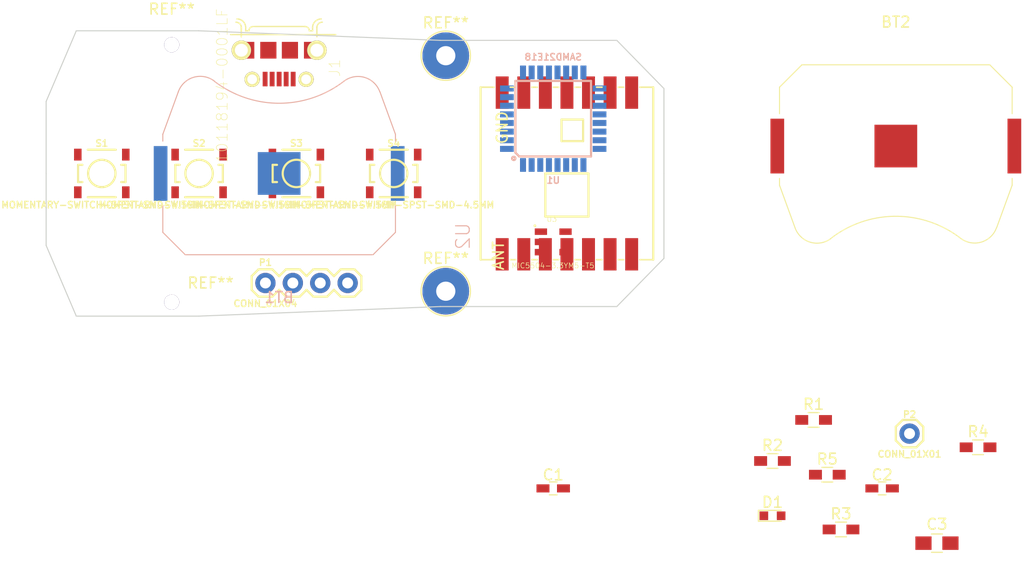
<source format=kicad_pcb>
(kicad_pcb (version 4) (host pcbnew 4.0.7-e2-6376~58~ubuntu16.04.1)

  (general
    (links 57)
    (no_connects 56)
    (area 0 0 0 0)
    (thickness 1.6)
    (drawings 14)
    (tracks 0)
    (zones 0)
    (modules 25)
    (nets 44)
  )

  (page A4)
  (layers
    (0 F.Cu signal)
    (31 B.Cu signal)
    (32 B.Adhes user)
    (33 F.Adhes user)
    (34 B.Paste user)
    (35 F.Paste user)
    (36 B.SilkS user)
    (37 F.SilkS user)
    (38 B.Mask user)
    (39 F.Mask user)
    (40 Dwgs.User user)
    (41 Cmts.User user)
    (42 Eco1.User user)
    (43 Eco2.User user)
    (44 Edge.Cuts user)
    (45 Margin user)
    (46 B.CrtYd user)
    (47 F.CrtYd user)
    (48 B.Fab user)
    (49 F.Fab user)
  )

  (setup
    (last_trace_width 0.25)
    (trace_clearance 0.2)
    (zone_clearance 0.508)
    (zone_45_only yes)
    (trace_min 0.2)
    (segment_width 0.2)
    (edge_width 0.1)
    (via_size 0.6)
    (via_drill 0.4)
    (via_min_size 0.4)
    (via_min_drill 0.3)
    (uvia_size 0.3)
    (uvia_drill 0.1)
    (uvias_allowed no)
    (uvia_min_size 0.2)
    (uvia_min_drill 0.1)
    (pcb_text_width 0.3)
    (pcb_text_size 1.5 1.5)
    (mod_edge_width 0.15)
    (mod_text_size 1 1)
    (mod_text_width 0.15)
    (pad_size 1.397 1.397)
    (pad_drill 1.397)
    (pad_to_mask_clearance 0)
    (aux_axis_origin 76.2 76.2)
    (visible_elements FFFFFF7F)
    (pcbplotparams
      (layerselection 0x00030_80000001)
      (usegerberextensions false)
      (excludeedgelayer true)
      (linewidth 0.100000)
      (plotframeref false)
      (viasonmask false)
      (mode 1)
      (useauxorigin false)
      (hpglpennumber 1)
      (hpglpenspeed 20)
      (hpglpendiameter 15)
      (hpglpenoverlay 2)
      (psnegative false)
      (psa4output false)
      (plotreference true)
      (plotvalue true)
      (plotinvisibletext false)
      (padsonsilk false)
      (subtractmaskfromsilk false)
      (outputformat 1)
      (mirror false)
      (drillshape 1)
      (scaleselection 1)
      (outputdirectory ""))
  )

  (net 0 "")
  (net 1 GND)
  (net 2 +3V3)
  (net 3 +5V)
  (net 4 "Net-(D1-Pad2)")
  (net 5 USB_D-)
  (net 6 USB_D+)
  (net 7 "Net-(J1-Pad4)")
  (net 8 "Net-(P1-Pad1)")
  (net 9 "Net-(P1-Pad2)")
  (net 10 "Net-(P1-Pad3)")
  (net 11 "Net-(P1-Pad4)")
  (net 12 ANTENNA)
  (net 13 SIMPLE_LED)
  (net 14 SW1)
  (net 15 SW2)
  (net 16 SW3)
  (net 17 SW4)
  (net 18 "Net-(U1-Pad5)")
  (net 19 "Net-(U1-Pad6)")
  (net 20 "Net-(U1-Pad7)")
  (net 21 "Net-(U1-Pad8)")
  (net 22 RADIO_MOSI)
  (net 23 RADIO_SCK)
  (net 24 RADIO_MISO)
  (net 25 RADIO_NSS)
  (net 26 "Net-(U1-Pad15)")
  (net 27 "Net-(U1-Pad16)")
  (net 28 "Net-(U1-Pad17)")
  (net 29 "Net-(U1-Pad18)")
  (net 30 "Net-(U1-Pad19)")
  (net 31 "Net-(U1-Pad20)")
  (net 32 "Net-(U1-Pad21)")
  (net 33 "Net-(U1-Pad22)")
  (net 34 "Net-(U1-Pad26)")
  (net 35 RADIO_DIO0)
  (net 36 "Net-(U1-Pad29)")
  (net 37 ARM_SWCLK)
  (net 38 ARM_SWDIO)
  (net 39 "Net-(U2-Pad4)")
  (net 40 "Net-(U2-Pad10)")
  (net 41 "Net-(U2-Pad11)")
  (net 42 "Net-(U2-Pad12)")
  (net 43 "Net-(U2-Pad13)")

  (net_class Default "This is the default net class."
    (clearance 0.2)
    (trace_width 0.25)
    (via_dia 0.6)
    (via_drill 0.4)
    (uvia_dia 0.3)
    (uvia_drill 0.1)
    (add_net +3V3)
    (add_net +5V)
    (add_net ANTENNA)
    (add_net ARM_SWCLK)
    (add_net ARM_SWDIO)
    (add_net GND)
    (add_net "Net-(D1-Pad2)")
    (add_net "Net-(J1-Pad4)")
    (add_net "Net-(P1-Pad1)")
    (add_net "Net-(P1-Pad2)")
    (add_net "Net-(P1-Pad3)")
    (add_net "Net-(P1-Pad4)")
    (add_net "Net-(U1-Pad15)")
    (add_net "Net-(U1-Pad16)")
    (add_net "Net-(U1-Pad17)")
    (add_net "Net-(U1-Pad18)")
    (add_net "Net-(U1-Pad19)")
    (add_net "Net-(U1-Pad20)")
    (add_net "Net-(U1-Pad21)")
    (add_net "Net-(U1-Pad22)")
    (add_net "Net-(U1-Pad26)")
    (add_net "Net-(U1-Pad29)")
    (add_net "Net-(U1-Pad5)")
    (add_net "Net-(U1-Pad6)")
    (add_net "Net-(U1-Pad7)")
    (add_net "Net-(U1-Pad8)")
    (add_net "Net-(U2-Pad10)")
    (add_net "Net-(U2-Pad11)")
    (add_net "Net-(U2-Pad12)")
    (add_net "Net-(U2-Pad13)")
    (add_net "Net-(U2-Pad4)")
    (add_net RADIO_DIO0)
    (add_net RADIO_MISO)
    (add_net RADIO_MOSI)
    (add_net RADIO_NSS)
    (add_net RADIO_SCK)
    (add_net SIMPLE_LED)
    (add_net SW1)
    (add_net SW2)
    (add_net SW3)
    (add_net SW4)
    (add_net USB_D+)
    (add_net USB_D-)
  )

  (module homebrew:1pin (layer F.Cu) (tedit 5B03B2C3) (tstamp 5B239C2D)
    (at 87.8332 64.008)
    (descr "module 1 pin (ou trou mecanique de percage)")
    (tags DEV)
    (fp_text reference REF** (at 0 -3.048) (layer F.SilkS)
      (effects (font (size 1 1) (thickness 0.15)))
    )
    (fp_text value 1pin (at 0 3) (layer F.Fab)
      (effects (font (size 1 1) (thickness 0.15)))
    )
    (pad 1 thru_hole circle (at 0 0.254) (size 1.397 1.397) (drill 1.397) (layers *.Cu *.Mask))
  )

  (module Connectors:1pin (layer F.Cu) (tedit 5B03ADE5) (tstamp 5B191DC4)
    (at 113.2332 65.278)
    (descr "module 1 pin (ou trou mecanique de percage)")
    (tags DEV)
    (fp_text reference REF** (at 0 -3.048) (layer F.SilkS)
      (effects (font (size 1 1) (thickness 0.15)))
    )
    (fp_text value 1pin (at 0 3) (layer F.Fab)
      (effects (font (size 1 1) (thickness 0.15)))
    )
    (fp_circle (center 0 0) (end 2 0.8) (layer F.Fab) (width 0.1))
    (fp_circle (center 0 0) (end 2.6 0) (layer F.CrtYd) (width 0.05))
    (fp_circle (center 0 0) (end 0 -2.286) (layer F.SilkS) (width 0.12))
    (pad 1 thru_hole circle (at 0 0) (size 4.318 4.318) (drill 1.778) (layers *.Cu *.Mask))
  )

  (module Battery_Holders:Keystone_3034_1x20mm-CoinCell (layer B.Cu) (tedit 595D9565) (tstamp 5B0345C5)
    (at 97.79 76.2)
    (descr "Keystone 3034 SMD battery holder for 2020, 2025 and 2032 coincell batteries. http://www.keyelco.com/product-pdf.cfm?p=798")
    (tags "Keystone type 3034 coin cell retainer")
    (path /5ADD440D)
    (attr smd)
    (fp_text reference BT1 (at 0 11.5) (layer B.SilkS)
      (effects (font (size 1 1) (thickness 0.15)) (justify mirror))
    )
    (fp_text value "3.3V battery" (at 0 -11.5) (layer B.Fab)
      (effects (font (size 1 1) (thickness 0.15)) (justify mirror))
    )
    (fp_text user %R (at 0 2.9) (layer B.Fab)
      (effects (font (size 1 1) (thickness 0.15)) (justify mirror))
    )
    (fp_circle (center 0 0) (end 0 -10.25) (layer Dwgs.User) (width 0.15))
    (fp_arc (start 0 -16.36) (end 6 -8.55) (angle 75.1) (layer B.SilkS) (width 0.1))
    (fp_arc (start -7.31 -6.85) (end -9.34 -7.58) (angle 107.5) (layer B.SilkS) (width 0.1))
    (fp_line (start -10.78 -3.63) (end -9.34 -7.58) (layer B.SilkS) (width 0.1))
    (fp_line (start -8.7 7.54) (end -10.78 5.46) (layer B.SilkS) (width 0.1))
    (fp_line (start 8.7 7.54) (end -8.7 7.54) (layer B.SilkS) (width 0.1))
    (fp_line (start 8.7 7.54) (end 10.78 5.46) (layer B.SilkS) (width 0.1))
    (fp_line (start 10.78 -3.63) (end 9.34 -7.58) (layer B.SilkS) (width 0.1))
    (fp_arc (start 7.31 -6.85) (end 6 -8.55) (angle 107.5) (layer B.SilkS) (width 0.1))
    (fp_line (start -10.78 5.46) (end -10.78 3) (layer B.SilkS) (width 0.1))
    (fp_line (start -10.78 -3) (end -10.78 -3.63) (layer B.SilkS) (width 0.1))
    (fp_line (start 10.78 5.46) (end 10.78 3) (layer B.SilkS) (width 0.1))
    (fp_line (start 10.78 -3) (end 10.78 -3.63) (layer B.SilkS) (width 0.1))
    (fp_line (start -9.19 -7.53) (end -10.63 -3.6) (layer B.Fab) (width 0.1))
    (fp_line (start -10.63 -3.6) (end -10.63 5.4) (layer B.Fab) (width 0.1))
    (fp_line (start -10.63 5.4) (end -8.64 7.39) (layer B.Fab) (width 0.1))
    (fp_line (start -8.64 7.39) (end 8.64 7.39) (layer B.Fab) (width 0.1))
    (fp_line (start 8.64 7.39) (end 10.63 5.4) (layer B.Fab) (width 0.1))
    (fp_line (start 10.63 5.4) (end 10.63 -3.6) (layer B.Fab) (width 0.1))
    (fp_line (start 10.63 -3.6) (end 9.19 -7.53) (layer B.Fab) (width 0.1))
    (fp_arc (start 7.31 -6.85) (end 6.1 -8.43) (angle 107.5) (layer B.Fab) (width 0.1))
    (fp_arc (start 0 -16.36) (end 6.1 -8.43) (angle 75.1) (layer B.Fab) (width 0.1))
    (fp_arc (start -7.31 -6.85) (end -9.19 -7.53) (angle 107.5) (layer B.Fab) (width 0.1))
    (fp_line (start 11.87 2.79) (end 10.88 2.79) (layer B.CrtYd) (width 0.05))
    (fp_line (start 10.88 2.79) (end 10.88 5.5) (layer B.CrtYd) (width 0.05))
    (fp_line (start 10.88 5.5) (end 8.74 7.64) (layer B.CrtYd) (width 0.05))
    (fp_line (start 8.74 7.64) (end 7.2 7.64) (layer B.CrtYd) (width 0.05))
    (fp_arc (start 0 0) (end 7.2 7.64) (angle 86.6) (layer B.CrtYd) (width 0.05))
    (fp_line (start -7.2 7.64) (end -8.74 7.64) (layer B.CrtYd) (width 0.05))
    (fp_line (start -8.74 7.64) (end -10.88 5.5) (layer B.CrtYd) (width 0.05))
    (fp_line (start -10.88 5.5) (end -10.88 2.79) (layer B.CrtYd) (width 0.05))
    (fp_line (start -10.88 2.79) (end -11.87 2.79) (layer B.CrtYd) (width 0.05))
    (fp_line (start -11.87 2.79) (end -11.87 -2.79) (layer B.CrtYd) (width 0.05))
    (fp_line (start -11.87 -2.79) (end -10.88 -2.79) (layer B.CrtYd) (width 0.05))
    (fp_line (start -10.88 -2.79) (end -10.88 -3.64) (layer B.CrtYd) (width 0.05))
    (fp_line (start -10.88 -3.64) (end -9.44 -7.62) (layer B.CrtYd) (width 0.05))
    (fp_arc (start -7.31 -6.85) (end -9.43 -7.62) (angle 106.9) (layer B.CrtYd) (width 0.05))
    (fp_arc (start 0 0) (end -5.96 -8.64) (angle 69.1) (layer B.CrtYd) (width 0.05))
    (fp_arc (start 7.31 -6.85) (end 5.96 -8.64) (angle 106.9) (layer B.CrtYd) (width 0.05))
    (fp_line (start 9.43 -7.63) (end 10.88 -3.64) (layer B.CrtYd) (width 0.05))
    (fp_line (start 10.88 -3.64) (end 10.88 -2.79) (layer B.CrtYd) (width 0.05))
    (fp_line (start 10.88 -2.79) (end 11.87 -2.79) (layer B.CrtYd) (width 0.05))
    (fp_line (start 11.87 -2.79) (end 11.87 2.79) (layer B.CrtYd) (width 0.05))
    (pad 2 smd rect (at 0 0) (size 3.96 3.96) (layers B.Cu B.Paste B.Mask)
      (net 1 GND))
    (pad 1 smd rect (at 10.985 0) (size 1.27 5.08) (layers B.Cu B.Paste B.Mask)
      (net 2 +3V3))
    (pad 1 smd rect (at -10.985 0) (size 1.27 5.08) (layers B.Cu B.Paste B.Mask)
      (net 2 +3V3))
    (model ${KISYS3DMOD}/Battery_Holders.3dshapes/Keystone_3034_1x20mm-CoinCell.wrl
      (at (xyz 0 0 0))
      (scale (xyz 1 1 1))
      (rotate (xyz 0 0 0))
    )
  )

  (module Battery_Holders:Keystone_3034_1x20mm-CoinCell (layer F.Cu) (tedit 595D9565) (tstamp 5B0345F8)
    (at 154.94 73.66)
    (descr "Keystone 3034 SMD battery holder for 2020, 2025 and 2032 coincell batteries. http://www.keyelco.com/product-pdf.cfm?p=798")
    (tags "Keystone type 3034 coin cell retainer")
    (path /5B0336AD)
    (attr smd)
    (fp_text reference BT2 (at 0 -11.5) (layer F.SilkS)
      (effects (font (size 1 1) (thickness 0.15)))
    )
    (fp_text value "3.3V battery" (at 0 11.5) (layer F.Fab)
      (effects (font (size 1 1) (thickness 0.15)))
    )
    (fp_text user %R (at 0 -2.9) (layer F.Fab)
      (effects (font (size 1 1) (thickness 0.15)))
    )
    (fp_circle (center 0 0) (end 0 10.25) (layer Dwgs.User) (width 0.15))
    (fp_arc (start 0 16.36) (end 6 8.55) (angle -75.1) (layer F.SilkS) (width 0.1))
    (fp_arc (start -7.31 6.85) (end -9.34 7.58) (angle -107.5) (layer F.SilkS) (width 0.1))
    (fp_line (start -10.78 3.63) (end -9.34 7.58) (layer F.SilkS) (width 0.1))
    (fp_line (start -8.7 -7.54) (end -10.78 -5.46) (layer F.SilkS) (width 0.1))
    (fp_line (start 8.7 -7.54) (end -8.7 -7.54) (layer F.SilkS) (width 0.1))
    (fp_line (start 8.7 -7.54) (end 10.78 -5.46) (layer F.SilkS) (width 0.1))
    (fp_line (start 10.78 3.63) (end 9.34 7.58) (layer F.SilkS) (width 0.1))
    (fp_arc (start 7.31 6.85) (end 6 8.55) (angle -107.5) (layer F.SilkS) (width 0.1))
    (fp_line (start -10.78 -5.46) (end -10.78 -3) (layer F.SilkS) (width 0.1))
    (fp_line (start -10.78 3) (end -10.78 3.63) (layer F.SilkS) (width 0.1))
    (fp_line (start 10.78 -5.46) (end 10.78 -3) (layer F.SilkS) (width 0.1))
    (fp_line (start 10.78 3) (end 10.78 3.63) (layer F.SilkS) (width 0.1))
    (fp_line (start -9.19 7.53) (end -10.63 3.6) (layer F.Fab) (width 0.1))
    (fp_line (start -10.63 3.6) (end -10.63 -5.4) (layer F.Fab) (width 0.1))
    (fp_line (start -10.63 -5.4) (end -8.64 -7.39) (layer F.Fab) (width 0.1))
    (fp_line (start -8.64 -7.39) (end 8.64 -7.39) (layer F.Fab) (width 0.1))
    (fp_line (start 8.64 -7.39) (end 10.63 -5.4) (layer F.Fab) (width 0.1))
    (fp_line (start 10.63 -5.4) (end 10.63 3.6) (layer F.Fab) (width 0.1))
    (fp_line (start 10.63 3.6) (end 9.19 7.53) (layer F.Fab) (width 0.1))
    (fp_arc (start 7.31 6.85) (end 6.1 8.43) (angle -107.5) (layer F.Fab) (width 0.1))
    (fp_arc (start 0 16.36) (end 6.1 8.43) (angle -75.1) (layer F.Fab) (width 0.1))
    (fp_arc (start -7.31 6.85) (end -9.19 7.53) (angle -107.5) (layer F.Fab) (width 0.1))
    (fp_line (start 11.87 -2.79) (end 10.88 -2.79) (layer F.CrtYd) (width 0.05))
    (fp_line (start 10.88 -2.79) (end 10.88 -5.5) (layer F.CrtYd) (width 0.05))
    (fp_line (start 10.88 -5.5) (end 8.74 -7.64) (layer F.CrtYd) (width 0.05))
    (fp_line (start 8.74 -7.64) (end 7.2 -7.64) (layer F.CrtYd) (width 0.05))
    (fp_arc (start 0 0) (end 7.2 -7.64) (angle -86.6) (layer F.CrtYd) (width 0.05))
    (fp_line (start -7.2 -7.64) (end -8.74 -7.64) (layer F.CrtYd) (width 0.05))
    (fp_line (start -8.74 -7.64) (end -10.88 -5.5) (layer F.CrtYd) (width 0.05))
    (fp_line (start -10.88 -5.5) (end -10.88 -2.79) (layer F.CrtYd) (width 0.05))
    (fp_line (start -10.88 -2.79) (end -11.87 -2.79) (layer F.CrtYd) (width 0.05))
    (fp_line (start -11.87 -2.79) (end -11.87 2.79) (layer F.CrtYd) (width 0.05))
    (fp_line (start -11.87 2.79) (end -10.88 2.79) (layer F.CrtYd) (width 0.05))
    (fp_line (start -10.88 2.79) (end -10.88 3.64) (layer F.CrtYd) (width 0.05))
    (fp_line (start -10.88 3.64) (end -9.44 7.62) (layer F.CrtYd) (width 0.05))
    (fp_arc (start -7.31 6.85) (end -9.43 7.62) (angle -106.9) (layer F.CrtYd) (width 0.05))
    (fp_arc (start 0 0) (end -5.96 8.64) (angle -69.1) (layer F.CrtYd) (width 0.05))
    (fp_arc (start 7.31 6.85) (end 5.96 8.64) (angle -106.9) (layer F.CrtYd) (width 0.05))
    (fp_line (start 9.43 7.63) (end 10.88 3.64) (layer F.CrtYd) (width 0.05))
    (fp_line (start 10.88 3.64) (end 10.88 2.79) (layer F.CrtYd) (width 0.05))
    (fp_line (start 10.88 2.79) (end 11.87 2.79) (layer F.CrtYd) (width 0.05))
    (fp_line (start 11.87 2.79) (end 11.87 -2.79) (layer F.CrtYd) (width 0.05))
    (pad 2 smd rect (at 0 0) (size 3.96 3.96) (layers F.Cu F.Paste F.Mask)
      (net 1 GND))
    (pad 1 smd rect (at 10.985 0) (size 1.27 5.08) (layers F.Cu F.Paste F.Mask)
      (net 2 +3V3))
    (pad 1 smd rect (at -10.985 0) (size 1.27 5.08) (layers F.Cu F.Paste F.Mask)
      (net 2 +3V3))
    (model ${KISYS3DMOD}/Battery_Holders.3dshapes/Keystone_3034_1x20mm-CoinCell.wrl
      (at (xyz 0 0 0))
      (scale (xyz 1 1 1))
      (rotate (xyz 0 0 0))
    )
  )

  (module Capacitors_SMD:C_0603_HandSoldering (layer F.Cu) (tedit 58AA848B) (tstamp 5B034609)
    (at 123.19 105.41)
    (descr "Capacitor SMD 0603, hand soldering")
    (tags "capacitor 0603")
    (path /5A84FB7B)
    (attr smd)
    (fp_text reference C1 (at 0 -1.25) (layer F.SilkS)
      (effects (font (size 1 1) (thickness 0.15)))
    )
    (fp_text value 1uF (at 0 1.5) (layer F.Fab)
      (effects (font (size 1 1) (thickness 0.15)))
    )
    (fp_text user %R (at 0 -1.25) (layer F.Fab)
      (effects (font (size 1 1) (thickness 0.15)))
    )
    (fp_line (start -0.8 0.4) (end -0.8 -0.4) (layer F.Fab) (width 0.1))
    (fp_line (start 0.8 0.4) (end -0.8 0.4) (layer F.Fab) (width 0.1))
    (fp_line (start 0.8 -0.4) (end 0.8 0.4) (layer F.Fab) (width 0.1))
    (fp_line (start -0.8 -0.4) (end 0.8 -0.4) (layer F.Fab) (width 0.1))
    (fp_line (start -0.35 -0.6) (end 0.35 -0.6) (layer F.SilkS) (width 0.12))
    (fp_line (start 0.35 0.6) (end -0.35 0.6) (layer F.SilkS) (width 0.12))
    (fp_line (start -1.8 -0.65) (end 1.8 -0.65) (layer F.CrtYd) (width 0.05))
    (fp_line (start -1.8 -0.65) (end -1.8 0.65) (layer F.CrtYd) (width 0.05))
    (fp_line (start 1.8 0.65) (end 1.8 -0.65) (layer F.CrtYd) (width 0.05))
    (fp_line (start 1.8 0.65) (end -1.8 0.65) (layer F.CrtYd) (width 0.05))
    (pad 1 smd rect (at -0.95 0) (size 1.2 0.75) (layers F.Cu F.Paste F.Mask)
      (net 2 +3V3))
    (pad 2 smd rect (at 0.95 0) (size 1.2 0.75) (layers F.Cu F.Paste F.Mask)
      (net 1 GND))
    (model Capacitors_SMD.3dshapes/C_0603.wrl
      (at (xyz 0 0 0))
      (scale (xyz 1 1 1))
      (rotate (xyz 0 0 0))
    )
  )

  (module Capacitors_SMD:C_0603_HandSoldering (layer F.Cu) (tedit 58AA848B) (tstamp 5B03461A)
    (at 153.67 105.41)
    (descr "Capacitor SMD 0603, hand soldering")
    (tags "capacitor 0603")
    (path /5A84FBD8)
    (attr smd)
    (fp_text reference C2 (at 0 -1.25) (layer F.SilkS)
      (effects (font (size 1 1) (thickness 0.15)))
    )
    (fp_text value 1uF (at 0 1.5) (layer F.Fab)
      (effects (font (size 1 1) (thickness 0.15)))
    )
    (fp_text user %R (at 0 -1.25) (layer F.Fab)
      (effects (font (size 1 1) (thickness 0.15)))
    )
    (fp_line (start -0.8 0.4) (end -0.8 -0.4) (layer F.Fab) (width 0.1))
    (fp_line (start 0.8 0.4) (end -0.8 0.4) (layer F.Fab) (width 0.1))
    (fp_line (start 0.8 -0.4) (end 0.8 0.4) (layer F.Fab) (width 0.1))
    (fp_line (start -0.8 -0.4) (end 0.8 -0.4) (layer F.Fab) (width 0.1))
    (fp_line (start -0.35 -0.6) (end 0.35 -0.6) (layer F.SilkS) (width 0.12))
    (fp_line (start 0.35 0.6) (end -0.35 0.6) (layer F.SilkS) (width 0.12))
    (fp_line (start -1.8 -0.65) (end 1.8 -0.65) (layer F.CrtYd) (width 0.05))
    (fp_line (start -1.8 -0.65) (end -1.8 0.65) (layer F.CrtYd) (width 0.05))
    (fp_line (start 1.8 0.65) (end 1.8 -0.65) (layer F.CrtYd) (width 0.05))
    (fp_line (start 1.8 0.65) (end -1.8 0.65) (layer F.CrtYd) (width 0.05))
    (pad 1 smd rect (at -0.95 0) (size 1.2 0.75) (layers F.Cu F.Paste F.Mask)
      (net 3 +5V))
    (pad 2 smd rect (at 0.95 0) (size 1.2 0.75) (layers F.Cu F.Paste F.Mask)
      (net 1 GND))
    (model Capacitors_SMD.3dshapes/C_0603.wrl
      (at (xyz 0 0 0))
      (scale (xyz 1 1 1))
      (rotate (xyz 0 0 0))
    )
  )

  (module Capacitors_SMD:C_0805_HandSoldering (layer F.Cu) (tedit 58AA84A8) (tstamp 5B03462B)
    (at 158.75 110.49)
    (descr "Capacitor SMD 0805, hand soldering")
    (tags "capacitor 0805")
    (path /5A84FC13)
    (attr smd)
    (fp_text reference C3 (at 0 -1.75) (layer F.SilkS)
      (effects (font (size 1 1) (thickness 0.15)))
    )
    (fp_text value 10uF (at 0 1.75) (layer F.Fab)
      (effects (font (size 1 1) (thickness 0.15)))
    )
    (fp_text user %R (at 0 -1.75) (layer F.Fab)
      (effects (font (size 1 1) (thickness 0.15)))
    )
    (fp_line (start -1 0.62) (end -1 -0.62) (layer F.Fab) (width 0.1))
    (fp_line (start 1 0.62) (end -1 0.62) (layer F.Fab) (width 0.1))
    (fp_line (start 1 -0.62) (end 1 0.62) (layer F.Fab) (width 0.1))
    (fp_line (start -1 -0.62) (end 1 -0.62) (layer F.Fab) (width 0.1))
    (fp_line (start 0.5 -0.85) (end -0.5 -0.85) (layer F.SilkS) (width 0.12))
    (fp_line (start -0.5 0.85) (end 0.5 0.85) (layer F.SilkS) (width 0.12))
    (fp_line (start -2.25 -0.88) (end 2.25 -0.88) (layer F.CrtYd) (width 0.05))
    (fp_line (start -2.25 -0.88) (end -2.25 0.87) (layer F.CrtYd) (width 0.05))
    (fp_line (start 2.25 0.87) (end 2.25 -0.88) (layer F.CrtYd) (width 0.05))
    (fp_line (start 2.25 0.87) (end -2.25 0.87) (layer F.CrtYd) (width 0.05))
    (pad 1 smd rect (at -1.25 0) (size 1.5 1.25) (layers F.Cu F.Paste F.Mask)
      (net 3 +5V))
    (pad 2 smd rect (at 1.25 0) (size 1.5 1.25) (layers F.Cu F.Paste F.Mask)
      (net 1 GND))
    (model Capacitors_SMD.3dshapes/C_0805.wrl
      (at (xyz 0 0 0))
      (scale (xyz 1 1 1))
      (rotate (xyz 0 0 0))
    )
  )

  (module LEDs:LED_0603 (layer F.Cu) (tedit 57FE93A5) (tstamp 5B034640)
    (at 143.51 107.95)
    (descr "LED 0603 smd package")
    (tags "LED led 0603 SMD smd SMT smt smdled SMDLED smtled SMTLED")
    (path /5A8531E4)
    (attr smd)
    (fp_text reference D1 (at 0 -1.25) (layer F.SilkS)
      (effects (font (size 1 1) (thickness 0.15)))
    )
    (fp_text value LED (at 0 1.35) (layer F.Fab)
      (effects (font (size 1 1) (thickness 0.15)))
    )
    (fp_line (start -1.3 -0.5) (end -1.3 0.5) (layer F.SilkS) (width 0.12))
    (fp_line (start -0.2 -0.2) (end -0.2 0.2) (layer F.Fab) (width 0.1))
    (fp_line (start -0.15 0) (end 0.15 -0.2) (layer F.Fab) (width 0.1))
    (fp_line (start 0.15 0.2) (end -0.15 0) (layer F.Fab) (width 0.1))
    (fp_line (start 0.15 -0.2) (end 0.15 0.2) (layer F.Fab) (width 0.1))
    (fp_line (start 0.8 0.4) (end -0.8 0.4) (layer F.Fab) (width 0.1))
    (fp_line (start 0.8 -0.4) (end 0.8 0.4) (layer F.Fab) (width 0.1))
    (fp_line (start -0.8 -0.4) (end 0.8 -0.4) (layer F.Fab) (width 0.1))
    (fp_line (start -0.8 0.4) (end -0.8 -0.4) (layer F.Fab) (width 0.1))
    (fp_line (start -1.3 0.5) (end 0.8 0.5) (layer F.SilkS) (width 0.12))
    (fp_line (start -1.3 -0.5) (end 0.8 -0.5) (layer F.SilkS) (width 0.12))
    (fp_line (start 1.45 -0.65) (end 1.45 0.65) (layer F.CrtYd) (width 0.05))
    (fp_line (start 1.45 0.65) (end -1.45 0.65) (layer F.CrtYd) (width 0.05))
    (fp_line (start -1.45 0.65) (end -1.45 -0.65) (layer F.CrtYd) (width 0.05))
    (fp_line (start -1.45 -0.65) (end 1.45 -0.65) (layer F.CrtYd) (width 0.05))
    (pad 2 smd rect (at 0.8 0 180) (size 0.8 0.8) (layers F.Cu F.Paste F.Mask)
      (net 4 "Net-(D1-Pad2)"))
    (pad 1 smd rect (at -0.8 0 180) (size 0.8 0.8) (layers F.Cu F.Paste F.Mask)
      (net 1 GND))
    (model ${KISYS3DMOD}/LEDs.3dshapes/LED_0603.wrl
      (at (xyz 0 0 0))
      (scale (xyz 1 1 1))
      (rotate (xyz 0 0 180))
    )
  )

  (module 10118194-0001LF:FRAMATOME_10118194-0001LF (layer F.Cu) (tedit 0) (tstamp 5B034670)
    (at 97.79 64.77 180)
    (path /5B0337FA)
    (attr smd)
    (fp_text reference J1 (at -5.1499 -1.64476 270) (layer F.SilkS)
      (effects (font (size 1.0029 1.0029) (thickness 0.05)))
    )
    (fp_text value 10118194-0001LF (at 5.27604 -3.28186 270) (layer F.SilkS)
      (effects (font (size 1.00209 1.00209) (thickness 0.05)))
    )
    (fp_line (start -3.5 -2.85) (end 3.5 -2.85) (layer Dwgs.User) (width 0.127))
    (fp_line (start -3.5 1.25) (end -3.5 2.1) (layer F.SilkS) (width 0.127))
    (fp_line (start -3.5 2.1) (end -3.5 2.15) (layer F.SilkS) (width 0.127))
    (fp_line (start 3.5 1.25) (end 3.5 2.15) (layer F.SilkS) (width 0.127))
    (fp_line (start -5.25 1.45) (end 4.5 1.45) (layer F.SilkS) (width 0.127))
    (fp_arc (start -4 2.1) (end -4 2.6) (angle -90) (layer F.SilkS) (width 0.127))
    (fp_arc (start -3.9 2.1) (end -3.1 2.1) (angle 90) (layer F.SilkS) (width 0.127))
    (fp_line (start -3.1 2.1) (end -3.1 1.8) (layer F.SilkS) (width 0.127))
    (fp_line (start -3.1 1.8) (end -2.8 1.8) (layer F.SilkS) (width 0.127))
    (fp_arc (start -2.4 1.8) (end -2.4 2.2) (angle 90) (layer F.SilkS) (width 0.127))
    (fp_line (start 3.5 1.25) (end 3.5 2.1) (layer F.SilkS) (width 0.127))
    (fp_line (start 3.5 2.1) (end 3.5 2.15) (layer F.SilkS) (width 0.127))
    (fp_arc (start 4 2.1) (end 4 2.6) (angle 90) (layer F.SilkS) (width 0.127))
    (fp_arc (start 3.9 2.1) (end 3.1 2.1) (angle -90) (layer F.SilkS) (width 0.127))
    (fp_line (start 3.1 2.1) (end 3.1 1.8) (layer F.SilkS) (width 0.127))
    (fp_line (start 3.1 1.8) (end 2.8 1.8) (layer F.SilkS) (width 0.127))
    (fp_arc (start 2.4 1.8) (end 2.4 2.2) (angle -90) (layer F.SilkS) (width 0.127))
    (fp_line (start -2.4 2.2) (end 2.3 2.2) (layer F.SilkS) (width 0.127))
    (fp_line (start -2.5 -3.7) (end 3.8 -3.7) (layer Dwgs.User) (width 0.127))
    (fp_line (start 3.8 -3.7) (end 3.8 -1.2) (layer Dwgs.User) (width 0.127))
    (fp_line (start 3.8 -1.2) (end 4.7 -1.2) (layer Dwgs.User) (width 0.127))
    (fp_line (start 4.7 -1.2) (end 4.7 1.2) (layer Dwgs.User) (width 0.127))
    (fp_line (start 4.7 1.2) (end 4.3 1.2) (layer Dwgs.User) (width 0.127))
    (fp_line (start 4.3 1.2) (end 4.3 3.2) (layer Dwgs.User) (width 0.127))
    (fp_line (start 4.3 3.2) (end -4.3 3.2) (layer Dwgs.User) (width 0.127))
    (fp_line (start -4.3 3.2) (end -4.3 1.2) (layer Dwgs.User) (width 0.127))
    (fp_line (start -4.3 1.2) (end -4.7 1.2) (layer Dwgs.User) (width 0.127))
    (fp_line (start -4.7 1.2) (end -4.7 -1.2) (layer Dwgs.User) (width 0.127))
    (fp_line (start -4.7 -1.2) (end -3.8 -1.2) (layer Dwgs.User) (width 0.127))
    (fp_line (start -3.8 -1.2) (end -3.8 -3.7) (layer Dwgs.User) (width 0.127))
    (fp_line (start -3.8 -3.7) (end -1.8 -3.7) (layer Dwgs.User) (width 0.127))
    (pad 1 smd rect (at -1.3 -2.675) (size 0.45 1.35) (layers F.Cu F.Paste F.Mask)
      (net 3 +5V))
    (pad 2 smd rect (at -0.65 -2.675) (size 0.45 1.35) (layers F.Cu F.Paste F.Mask)
      (net 5 USB_D-))
    (pad 3 smd rect (at 0 -2.675) (size 0.45 1.35) (layers F.Cu F.Paste F.Mask)
      (net 6 USB_D+))
    (pad 4 smd rect (at 0.65 -2.675) (size 0.45 1.35) (layers F.Cu F.Paste F.Mask)
      (net 7 "Net-(J1-Pad4)"))
    (pad 5 smd rect (at 1.3 -2.675) (size 0.45 1.35) (layers F.Cu F.Paste F.Mask)
      (net 1 GND))
    (pad P$6 thru_hole circle (at -2.5 -2.7 180) (size 1.408 1.408) (drill 0.9) (layers *.Cu *.Mask F.SilkS))
    (pad P$7 thru_hole circle (at 2.5 -2.7 180) (size 1.408 1.408) (drill 0.9) (layers *.Cu *.Mask F.SilkS))
    (pad P$8 thru_hole circle (at -3.5 0 180) (size 1.8 1.8) (drill 1.2) (layers *.Cu *.Mask F.SilkS))
    (pad P$9 thru_hole circle (at 3.5 0 180) (size 1.8 1.8) (drill 1.2) (layers *.Cu *.Mask F.SilkS))
    (pad P$10 smd rect (at -1 0 180) (size 1.5 1.55) (layers F.Cu F.Paste F.Mask))
    (pad P$11 smd rect (at 1 0 180) (size 1.5 1.55) (layers F.Cu F.Paste F.Mask))
    (pad P$12 smd rect (at -3.05 0 180) (size 1.5 1.55) (layers F.Cu F.Paste F.Mask))
    (pad P$13 smd rect (at 3.05 0 180) (size 1.5 1.55) (layers F.Cu F.Paste F.Mask))
  )

  (module SF_Connectors:1X04 (layer F.Cu) (tedit 5963D2C6) (tstamp 5B034692)
    (at 96.52 86.36)
    (descr "PLATED THROUGH HOLE - 4 PIN")
    (tags "PLATED THROUGH HOLE - 4 PIN")
    (path /5A5423D1)
    (attr virtual)
    (fp_text reference P1 (at 0 -1.905) (layer F.SilkS)
      (effects (font (size 0.6096 0.6096) (thickness 0.127)))
    )
    (fp_text value CONN_01X04 (at 0 1.905) (layer F.SilkS)
      (effects (font (size 0.6096 0.6096) (thickness 0.127)))
    )
    (fp_line (start 6.985 -1.27) (end 8.255 -1.27) (layer F.SilkS) (width 0.2032))
    (fp_line (start 8.255 -1.27) (end 8.89 -0.635) (layer F.SilkS) (width 0.2032))
    (fp_line (start 8.89 0.635) (end 8.255 1.27) (layer F.SilkS) (width 0.2032))
    (fp_line (start 3.81 -0.635) (end 4.445 -1.27) (layer F.SilkS) (width 0.2032))
    (fp_line (start 4.445 -1.27) (end 5.715 -1.27) (layer F.SilkS) (width 0.2032))
    (fp_line (start 5.715 -1.27) (end 6.35 -0.635) (layer F.SilkS) (width 0.2032))
    (fp_line (start 6.35 0.635) (end 5.715 1.27) (layer F.SilkS) (width 0.2032))
    (fp_line (start 5.715 1.27) (end 4.445 1.27) (layer F.SilkS) (width 0.2032))
    (fp_line (start 4.445 1.27) (end 3.81 0.635) (layer F.SilkS) (width 0.2032))
    (fp_line (start 6.985 -1.27) (end 6.35 -0.635) (layer F.SilkS) (width 0.2032))
    (fp_line (start 6.35 0.635) (end 6.985 1.27) (layer F.SilkS) (width 0.2032))
    (fp_line (start 8.255 1.27) (end 6.985 1.27) (layer F.SilkS) (width 0.2032))
    (fp_line (start -0.635 -1.27) (end 0.635 -1.27) (layer F.SilkS) (width 0.2032))
    (fp_line (start 0.635 -1.27) (end 1.27 -0.635) (layer F.SilkS) (width 0.2032))
    (fp_line (start 1.27 0.635) (end 0.635 1.27) (layer F.SilkS) (width 0.2032))
    (fp_line (start 1.27 -0.635) (end 1.905 -1.27) (layer F.SilkS) (width 0.2032))
    (fp_line (start 1.905 -1.27) (end 3.175 -1.27) (layer F.SilkS) (width 0.2032))
    (fp_line (start 3.175 -1.27) (end 3.81 -0.635) (layer F.SilkS) (width 0.2032))
    (fp_line (start 3.81 0.635) (end 3.175 1.27) (layer F.SilkS) (width 0.2032))
    (fp_line (start 3.175 1.27) (end 1.905 1.27) (layer F.SilkS) (width 0.2032))
    (fp_line (start 1.905 1.27) (end 1.27 0.635) (layer F.SilkS) (width 0.2032))
    (fp_line (start -1.27 -0.635) (end -1.27 0.635) (layer F.SilkS) (width 0.2032))
    (fp_line (start -0.635 -1.27) (end -1.27 -0.635) (layer F.SilkS) (width 0.2032))
    (fp_line (start -1.27 0.635) (end -0.635 1.27) (layer F.SilkS) (width 0.2032))
    (fp_line (start 0.635 1.27) (end -0.635 1.27) (layer F.SilkS) (width 0.2032))
    (fp_line (start 8.89 -0.635) (end 8.89 0.635) (layer F.SilkS) (width 0.2032))
    (pad 1 thru_hole circle (at 0 0) (size 1.8796 1.8796) (drill 1.016) (layers *.Cu *.Mask)
      (net 8 "Net-(P1-Pad1)") (solder_mask_margin 0.1016))
    (pad 2 thru_hole circle (at 2.54 0) (size 1.8796 1.8796) (drill 1.016) (layers *.Cu *.Mask)
      (net 9 "Net-(P1-Pad2)") (solder_mask_margin 0.1016))
    (pad 3 thru_hole circle (at 5.08 0) (size 1.8796 1.8796) (drill 1.016) (layers *.Cu *.Mask)
      (net 10 "Net-(P1-Pad3)") (solder_mask_margin 0.1016))
    (pad 4 thru_hole circle (at 7.62 0) (size 1.8796 1.8796) (drill 1.016) (layers *.Cu *.Mask)
      (net 11 "Net-(P1-Pad4)") (solder_mask_margin 0.1016))
  )

  (module SF_Connectors:1X01 (layer F.Cu) (tedit 5963CE6C) (tstamp 5B03469F)
    (at 156.21 100.33)
    (descr "PLATED THROUGH HOLE")
    (tags "PLATED THROUGH HOLE")
    (path /5A542715)
    (attr virtual)
    (fp_text reference P2 (at 0 -1.778) (layer F.SilkS)
      (effects (font (size 0.6096 0.6096) (thickness 0.127)))
    )
    (fp_text value CONN_01X01 (at 0 1.905) (layer F.SilkS)
      (effects (font (size 0.6096 0.6096) (thickness 0.127)))
    )
    (fp_line (start 1.27 -0.635) (end 0.635 -1.27) (layer F.SilkS) (width 0.2032))
    (fp_line (start 0.635 -1.27) (end -0.635 -1.27) (layer F.SilkS) (width 0.2032))
    (fp_line (start -0.635 -1.27) (end -1.27 -0.635) (layer F.SilkS) (width 0.2032))
    (fp_line (start -1.27 -0.635) (end -1.27 0.635) (layer F.SilkS) (width 0.2032))
    (fp_line (start -1.27 0.635) (end -0.635 1.27) (layer F.SilkS) (width 0.2032))
    (fp_line (start -0.635 1.27) (end 0.635 1.27) (layer F.SilkS) (width 0.2032))
    (fp_line (start 0.635 1.27) (end 1.27 0.635) (layer F.SilkS) (width 0.2032))
    (fp_line (start 1.27 0.635) (end 1.27 -0.635) (layer F.SilkS) (width 0.2032))
    (pad 1 thru_hole circle (at 0 0) (size 1.8796 1.8796) (drill 1.016) (layers *.Cu *.Mask)
      (net 12 ANTENNA) (solder_mask_margin 0.1016))
  )

  (module Resistors_SMD:R_0603_HandSoldering (layer F.Cu) (tedit 58E0A804) (tstamp 5B0346B0)
    (at 147.32 99.06)
    (descr "Resistor SMD 0603, hand soldering")
    (tags "resistor 0603")
    (path /5A8538CF)
    (attr smd)
    (fp_text reference R1 (at 0 -1.45) (layer F.SilkS)
      (effects (font (size 1 1) (thickness 0.15)))
    )
    (fp_text value 1k (at 0 1.55) (layer F.Fab)
      (effects (font (size 1 1) (thickness 0.15)))
    )
    (fp_text user %R (at 0 0) (layer F.Fab)
      (effects (font (size 0.4 0.4) (thickness 0.075)))
    )
    (fp_line (start -0.8 0.4) (end -0.8 -0.4) (layer F.Fab) (width 0.1))
    (fp_line (start 0.8 0.4) (end -0.8 0.4) (layer F.Fab) (width 0.1))
    (fp_line (start 0.8 -0.4) (end 0.8 0.4) (layer F.Fab) (width 0.1))
    (fp_line (start -0.8 -0.4) (end 0.8 -0.4) (layer F.Fab) (width 0.1))
    (fp_line (start 0.5 0.68) (end -0.5 0.68) (layer F.SilkS) (width 0.12))
    (fp_line (start -0.5 -0.68) (end 0.5 -0.68) (layer F.SilkS) (width 0.12))
    (fp_line (start -1.96 -0.7) (end 1.95 -0.7) (layer F.CrtYd) (width 0.05))
    (fp_line (start -1.96 -0.7) (end -1.96 0.7) (layer F.CrtYd) (width 0.05))
    (fp_line (start 1.95 0.7) (end 1.95 -0.7) (layer F.CrtYd) (width 0.05))
    (fp_line (start 1.95 0.7) (end -1.96 0.7) (layer F.CrtYd) (width 0.05))
    (pad 1 smd rect (at -1.1 0) (size 1.2 0.9) (layers F.Cu F.Paste F.Mask)
      (net 4 "Net-(D1-Pad2)"))
    (pad 2 smd rect (at 1.1 0) (size 1.2 0.9) (layers F.Cu F.Paste F.Mask)
      (net 13 SIMPLE_LED))
    (model ${KISYS3DMOD}/Resistors_SMD.3dshapes/R_0603.wrl
      (at (xyz 0 0 0))
      (scale (xyz 1 1 1))
      (rotate (xyz 0 0 0))
    )
  )

  (module Resistors_SMD:R_0603_HandSoldering (layer F.Cu) (tedit 58E0A804) (tstamp 5B0346C1)
    (at 143.51 102.87)
    (descr "Resistor SMD 0603, hand soldering")
    (tags "resistor 0603")
    (path /5ADD3945)
    (attr smd)
    (fp_text reference R2 (at 0 -1.45) (layer F.SilkS)
      (effects (font (size 1 1) (thickness 0.15)))
    )
    (fp_text value "10K " (at 0 1.55) (layer F.Fab)
      (effects (font (size 1 1) (thickness 0.15)))
    )
    (fp_text user %R (at 0 0) (layer F.Fab)
      (effects (font (size 0.4 0.4) (thickness 0.075)))
    )
    (fp_line (start -0.8 0.4) (end -0.8 -0.4) (layer F.Fab) (width 0.1))
    (fp_line (start 0.8 0.4) (end -0.8 0.4) (layer F.Fab) (width 0.1))
    (fp_line (start 0.8 -0.4) (end 0.8 0.4) (layer F.Fab) (width 0.1))
    (fp_line (start -0.8 -0.4) (end 0.8 -0.4) (layer F.Fab) (width 0.1))
    (fp_line (start 0.5 0.68) (end -0.5 0.68) (layer F.SilkS) (width 0.12))
    (fp_line (start -0.5 -0.68) (end 0.5 -0.68) (layer F.SilkS) (width 0.12))
    (fp_line (start -1.96 -0.7) (end 1.95 -0.7) (layer F.CrtYd) (width 0.05))
    (fp_line (start -1.96 -0.7) (end -1.96 0.7) (layer F.CrtYd) (width 0.05))
    (fp_line (start 1.95 0.7) (end 1.95 -0.7) (layer F.CrtYd) (width 0.05))
    (fp_line (start 1.95 0.7) (end -1.96 0.7) (layer F.CrtYd) (width 0.05))
    (pad 1 smd rect (at -1.1 0) (size 1.2 0.9) (layers F.Cu F.Paste F.Mask)
      (net 1 GND))
    (pad 2 smd rect (at 1.1 0) (size 1.2 0.9) (layers F.Cu F.Paste F.Mask)
      (net 14 SW1))
    (model ${KISYS3DMOD}/Resistors_SMD.3dshapes/R_0603.wrl
      (at (xyz 0 0 0))
      (scale (xyz 1 1 1))
      (rotate (xyz 0 0 0))
    )
  )

  (module Resistors_SMD:R_0603_HandSoldering (layer F.Cu) (tedit 58E0A804) (tstamp 5B0346D2)
    (at 149.86 109.22)
    (descr "Resistor SMD 0603, hand soldering")
    (tags "resistor 0603")
    (path /5ADD401D)
    (attr smd)
    (fp_text reference R3 (at 0 -1.45) (layer F.SilkS)
      (effects (font (size 1 1) (thickness 0.15)))
    )
    (fp_text value 10K (at 0 1.55) (layer F.Fab)
      (effects (font (size 1 1) (thickness 0.15)))
    )
    (fp_text user %R (at 0 0) (layer F.Fab)
      (effects (font (size 0.4 0.4) (thickness 0.075)))
    )
    (fp_line (start -0.8 0.4) (end -0.8 -0.4) (layer F.Fab) (width 0.1))
    (fp_line (start 0.8 0.4) (end -0.8 0.4) (layer F.Fab) (width 0.1))
    (fp_line (start 0.8 -0.4) (end 0.8 0.4) (layer F.Fab) (width 0.1))
    (fp_line (start -0.8 -0.4) (end 0.8 -0.4) (layer F.Fab) (width 0.1))
    (fp_line (start 0.5 0.68) (end -0.5 0.68) (layer F.SilkS) (width 0.12))
    (fp_line (start -0.5 -0.68) (end 0.5 -0.68) (layer F.SilkS) (width 0.12))
    (fp_line (start -1.96 -0.7) (end 1.95 -0.7) (layer F.CrtYd) (width 0.05))
    (fp_line (start -1.96 -0.7) (end -1.96 0.7) (layer F.CrtYd) (width 0.05))
    (fp_line (start 1.95 0.7) (end 1.95 -0.7) (layer F.CrtYd) (width 0.05))
    (fp_line (start 1.95 0.7) (end -1.96 0.7) (layer F.CrtYd) (width 0.05))
    (pad 1 smd rect (at -1.1 0) (size 1.2 0.9) (layers F.Cu F.Paste F.Mask)
      (net 1 GND))
    (pad 2 smd rect (at 1.1 0) (size 1.2 0.9) (layers F.Cu F.Paste F.Mask)
      (net 15 SW2))
    (model ${KISYS3DMOD}/Resistors_SMD.3dshapes/R_0603.wrl
      (at (xyz 0 0 0))
      (scale (xyz 1 1 1))
      (rotate (xyz 0 0 0))
    )
  )

  (module Resistors_SMD:R_0603_HandSoldering (layer F.Cu) (tedit 58E0A804) (tstamp 5B0346E3)
    (at 162.56 101.6)
    (descr "Resistor SMD 0603, hand soldering")
    (tags "resistor 0603")
    (path /5ADD4193)
    (attr smd)
    (fp_text reference R4 (at 0 -1.45) (layer F.SilkS)
      (effects (font (size 1 1) (thickness 0.15)))
    )
    (fp_text value 10K (at 0 1.55) (layer F.Fab)
      (effects (font (size 1 1) (thickness 0.15)))
    )
    (fp_text user %R (at 0 0) (layer F.Fab)
      (effects (font (size 0.4 0.4) (thickness 0.075)))
    )
    (fp_line (start -0.8 0.4) (end -0.8 -0.4) (layer F.Fab) (width 0.1))
    (fp_line (start 0.8 0.4) (end -0.8 0.4) (layer F.Fab) (width 0.1))
    (fp_line (start 0.8 -0.4) (end 0.8 0.4) (layer F.Fab) (width 0.1))
    (fp_line (start -0.8 -0.4) (end 0.8 -0.4) (layer F.Fab) (width 0.1))
    (fp_line (start 0.5 0.68) (end -0.5 0.68) (layer F.SilkS) (width 0.12))
    (fp_line (start -0.5 -0.68) (end 0.5 -0.68) (layer F.SilkS) (width 0.12))
    (fp_line (start -1.96 -0.7) (end 1.95 -0.7) (layer F.CrtYd) (width 0.05))
    (fp_line (start -1.96 -0.7) (end -1.96 0.7) (layer F.CrtYd) (width 0.05))
    (fp_line (start 1.95 0.7) (end 1.95 -0.7) (layer F.CrtYd) (width 0.05))
    (fp_line (start 1.95 0.7) (end -1.96 0.7) (layer F.CrtYd) (width 0.05))
    (pad 1 smd rect (at -1.1 0) (size 1.2 0.9) (layers F.Cu F.Paste F.Mask)
      (net 1 GND))
    (pad 2 smd rect (at 1.1 0) (size 1.2 0.9) (layers F.Cu F.Paste F.Mask)
      (net 16 SW3))
    (model ${KISYS3DMOD}/Resistors_SMD.3dshapes/R_0603.wrl
      (at (xyz 0 0 0))
      (scale (xyz 1 1 1))
      (rotate (xyz 0 0 0))
    )
  )

  (module Resistors_SMD:R_0603_HandSoldering (layer F.Cu) (tedit 58E0A804) (tstamp 5B0346F4)
    (at 148.59 104.14)
    (descr "Resistor SMD 0603, hand soldering")
    (tags "resistor 0603")
    (path /5ADD423C)
    (attr smd)
    (fp_text reference R5 (at 0 -1.45) (layer F.SilkS)
      (effects (font (size 1 1) (thickness 0.15)))
    )
    (fp_text value 10K (at 0 1.55) (layer F.Fab)
      (effects (font (size 1 1) (thickness 0.15)))
    )
    (fp_text user %R (at 0 0) (layer F.Fab)
      (effects (font (size 0.4 0.4) (thickness 0.075)))
    )
    (fp_line (start -0.8 0.4) (end -0.8 -0.4) (layer F.Fab) (width 0.1))
    (fp_line (start 0.8 0.4) (end -0.8 0.4) (layer F.Fab) (width 0.1))
    (fp_line (start 0.8 -0.4) (end 0.8 0.4) (layer F.Fab) (width 0.1))
    (fp_line (start -0.8 -0.4) (end 0.8 -0.4) (layer F.Fab) (width 0.1))
    (fp_line (start 0.5 0.68) (end -0.5 0.68) (layer F.SilkS) (width 0.12))
    (fp_line (start -0.5 -0.68) (end 0.5 -0.68) (layer F.SilkS) (width 0.12))
    (fp_line (start -1.96 -0.7) (end 1.95 -0.7) (layer F.CrtYd) (width 0.05))
    (fp_line (start -1.96 -0.7) (end -1.96 0.7) (layer F.CrtYd) (width 0.05))
    (fp_line (start 1.95 0.7) (end 1.95 -0.7) (layer F.CrtYd) (width 0.05))
    (fp_line (start 1.95 0.7) (end -1.96 0.7) (layer F.CrtYd) (width 0.05))
    (pad 1 smd rect (at -1.1 0) (size 1.2 0.9) (layers F.Cu F.Paste F.Mask)
      (net 1 GND))
    (pad 2 smd rect (at 1.1 0) (size 1.2 0.9) (layers F.Cu F.Paste F.Mask)
      (net 17 SW4))
    (model ${KISYS3DMOD}/Resistors_SMD.3dshapes/R_0603.wrl
      (at (xyz 0 0 0))
      (scale (xyz 1 1 1))
      (rotate (xyz 0 0 0))
    )
  )

  (module SF_Switches:TACTILE_SWITCH_SMD_4.5MM (layer F.Cu) (tedit 200000) (tstamp 5B03470C)
    (at 81.3562 76.2)
    (descr "MOMENTARY SWITCH (PUSHBUTTON) - SPST - SMD, 4.5MM SQUARE")
    (tags "MOMENTARY SWITCH (PUSHBUTTON) - SPST - SMD, 4.5MM SQUARE")
    (path /5B0338E3)
    (attr smd)
    (fp_text reference S1 (at 0 -2.794) (layer F.SilkS)
      (effects (font (size 0.6096 0.6096) (thickness 0.127)))
    )
    (fp_text value MOMENTARY-SWITCH-SPST-SMD-4.5MM (at 0 2.921) (layer F.SilkS)
      (effects (font (size 0.6096 0.6096) (thickness 0.127)))
    )
    (fp_line (start 1.905 -1.27) (end 1.905 -0.4445) (layer Dwgs.User) (width 0.127))
    (fp_line (start 1.905 -0.4445) (end 2.159 0.00762) (layer Dwgs.User) (width 0.127))
    (fp_line (start 1.905 0.2286) (end 1.905 1.11252) (layer Dwgs.User) (width 0.127))
    (fp_line (start -2.2479 -2.2479) (end 2.2479 -2.2479) (layer Dwgs.User) (width 0.127))
    (fp_line (start 2.2479 -2.2479) (end 2.2479 2.2479) (layer Dwgs.User) (width 0.127))
    (fp_line (start 2.2479 2.2479) (end -2.2479 2.2479) (layer Dwgs.User) (width 0.127))
    (fp_line (start -2.2479 2.2479) (end -2.2479 -2.2479) (layer Dwgs.User) (width 0.127))
    (fp_line (start -2.19964 -0.79756) (end -2.19964 0.79756) (layer F.SilkS) (width 0.2032))
    (fp_line (start 1.29794 -2.19964) (end -1.29794 -2.19964) (layer F.SilkS) (width 0.2032))
    (fp_line (start 2.19964 0.79756) (end 2.19964 -0.79756) (layer F.SilkS) (width 0.2032))
    (fp_line (start -1.29794 2.19964) (end 1.29794 2.19964) (layer F.SilkS) (width 0.2032))
    (fp_line (start 2.19964 -0.79756) (end 1.79832 -0.79756) (layer F.SilkS) (width 0.2032))
    (fp_line (start 2.19964 0.79756) (end 1.79832 0.79756) (layer F.SilkS) (width 0.2032))
    (fp_line (start -1.79832 -0.79756) (end -2.19964 -0.79756) (layer F.SilkS) (width 0.2032))
    (fp_line (start -1.79832 0.79756) (end -2.19964 0.79756) (layer F.SilkS) (width 0.2032))
    (fp_circle (center 0 0) (end 0 -1.27) (layer F.SilkS) (width 0.2032))
    (pad 1 smd rect (at 2.2225 -1.74752 90) (size 1.09982 0.6985) (layers F.Cu F.Paste F.Mask)
      (net 14 SW1) (solder_mask_margin 0.1016))
    (pad 2 smd rect (at 2.2225 1.74752 90) (size 1.09982 0.6985) (layers F.Cu F.Paste F.Mask)
      (net 2 +3V3) (solder_mask_margin 0.1016))
    (pad 3 smd rect (at -2.2225 1.74752 90) (size 1.09982 0.6985) (layers F.Cu F.Paste F.Mask)
      (net 2 +3V3) (solder_mask_margin 0.1016))
    (pad 4 smd rect (at -2.2225 -1.74752 90) (size 1.09982 0.6985) (layers F.Cu F.Paste F.Mask)
      (net 14 SW1) (solder_mask_margin 0.1016))
  )

  (module SF_Switches:TACTILE_SWITCH_SMD_4.5MM (layer F.Cu) (tedit 200000) (tstamp 5B034724)
    (at 90.3732 76.2)
    (descr "MOMENTARY SWITCH (PUSHBUTTON) - SPST - SMD, 4.5MM SQUARE")
    (tags "MOMENTARY SWITCH (PUSHBUTTON) - SPST - SMD, 4.5MM SQUARE")
    (path /5B033D91)
    (attr smd)
    (fp_text reference S2 (at 0 -2.794) (layer F.SilkS)
      (effects (font (size 0.6096 0.6096) (thickness 0.127)))
    )
    (fp_text value MOMENTARY-SWITCH-SPST-SMD-4.5MM (at 0 2.921) (layer F.SilkS)
      (effects (font (size 0.6096 0.6096) (thickness 0.127)))
    )
    (fp_line (start 1.905 -1.27) (end 1.905 -0.4445) (layer Dwgs.User) (width 0.127))
    (fp_line (start 1.905 -0.4445) (end 2.159 0.00762) (layer Dwgs.User) (width 0.127))
    (fp_line (start 1.905 0.2286) (end 1.905 1.11252) (layer Dwgs.User) (width 0.127))
    (fp_line (start -2.2479 -2.2479) (end 2.2479 -2.2479) (layer Dwgs.User) (width 0.127))
    (fp_line (start 2.2479 -2.2479) (end 2.2479 2.2479) (layer Dwgs.User) (width 0.127))
    (fp_line (start 2.2479 2.2479) (end -2.2479 2.2479) (layer Dwgs.User) (width 0.127))
    (fp_line (start -2.2479 2.2479) (end -2.2479 -2.2479) (layer Dwgs.User) (width 0.127))
    (fp_line (start -2.19964 -0.79756) (end -2.19964 0.79756) (layer F.SilkS) (width 0.2032))
    (fp_line (start 1.29794 -2.19964) (end -1.29794 -2.19964) (layer F.SilkS) (width 0.2032))
    (fp_line (start 2.19964 0.79756) (end 2.19964 -0.79756) (layer F.SilkS) (width 0.2032))
    (fp_line (start -1.29794 2.19964) (end 1.29794 2.19964) (layer F.SilkS) (width 0.2032))
    (fp_line (start 2.19964 -0.79756) (end 1.79832 -0.79756) (layer F.SilkS) (width 0.2032))
    (fp_line (start 2.19964 0.79756) (end 1.79832 0.79756) (layer F.SilkS) (width 0.2032))
    (fp_line (start -1.79832 -0.79756) (end -2.19964 -0.79756) (layer F.SilkS) (width 0.2032))
    (fp_line (start -1.79832 0.79756) (end -2.19964 0.79756) (layer F.SilkS) (width 0.2032))
    (fp_circle (center 0 0) (end 0 -1.27) (layer F.SilkS) (width 0.2032))
    (pad 1 smd rect (at 2.2225 -1.74752 90) (size 1.09982 0.6985) (layers F.Cu F.Paste F.Mask)
      (net 15 SW2) (solder_mask_margin 0.1016))
    (pad 2 smd rect (at 2.2225 1.74752 90) (size 1.09982 0.6985) (layers F.Cu F.Paste F.Mask)
      (net 2 +3V3) (solder_mask_margin 0.1016))
    (pad 3 smd rect (at -2.2225 1.74752 90) (size 1.09982 0.6985) (layers F.Cu F.Paste F.Mask)
      (net 2 +3V3) (solder_mask_margin 0.1016))
    (pad 4 smd rect (at -2.2225 -1.74752 90) (size 1.09982 0.6985) (layers F.Cu F.Paste F.Mask)
      (net 15 SW2) (solder_mask_margin 0.1016))
  )

  (module SF_Switches:TACTILE_SWITCH_SMD_4.5MM (layer F.Cu) (tedit 200000) (tstamp 5B03473C)
    (at 99.3902 76.2)
    (descr "MOMENTARY SWITCH (PUSHBUTTON) - SPST - SMD, 4.5MM SQUARE")
    (tags "MOMENTARY SWITCH (PUSHBUTTON) - SPST - SMD, 4.5MM SQUARE")
    (path /5B033E3E)
    (attr smd)
    (fp_text reference S3 (at 0 -2.794) (layer F.SilkS)
      (effects (font (size 0.6096 0.6096) (thickness 0.127)))
    )
    (fp_text value MOMENTARY-SWITCH-SPST-SMD-4.5MM (at 0 2.921) (layer F.SilkS)
      (effects (font (size 0.6096 0.6096) (thickness 0.127)))
    )
    (fp_line (start 1.905 -1.27) (end 1.905 -0.4445) (layer Dwgs.User) (width 0.127))
    (fp_line (start 1.905 -0.4445) (end 2.159 0.00762) (layer Dwgs.User) (width 0.127))
    (fp_line (start 1.905 0.2286) (end 1.905 1.11252) (layer Dwgs.User) (width 0.127))
    (fp_line (start -2.2479 -2.2479) (end 2.2479 -2.2479) (layer Dwgs.User) (width 0.127))
    (fp_line (start 2.2479 -2.2479) (end 2.2479 2.2479) (layer Dwgs.User) (width 0.127))
    (fp_line (start 2.2479 2.2479) (end -2.2479 2.2479) (layer Dwgs.User) (width 0.127))
    (fp_line (start -2.2479 2.2479) (end -2.2479 -2.2479) (layer Dwgs.User) (width 0.127))
    (fp_line (start -2.19964 -0.79756) (end -2.19964 0.79756) (layer F.SilkS) (width 0.2032))
    (fp_line (start 1.29794 -2.19964) (end -1.29794 -2.19964) (layer F.SilkS) (width 0.2032))
    (fp_line (start 2.19964 0.79756) (end 2.19964 -0.79756) (layer F.SilkS) (width 0.2032))
    (fp_line (start -1.29794 2.19964) (end 1.29794 2.19964) (layer F.SilkS) (width 0.2032))
    (fp_line (start 2.19964 -0.79756) (end 1.79832 -0.79756) (layer F.SilkS) (width 0.2032))
    (fp_line (start 2.19964 0.79756) (end 1.79832 0.79756) (layer F.SilkS) (width 0.2032))
    (fp_line (start -1.79832 -0.79756) (end -2.19964 -0.79756) (layer F.SilkS) (width 0.2032))
    (fp_line (start -1.79832 0.79756) (end -2.19964 0.79756) (layer F.SilkS) (width 0.2032))
    (fp_circle (center 0 0) (end 0 -1.27) (layer F.SilkS) (width 0.2032))
    (pad 1 smd rect (at 2.2225 -1.74752 90) (size 1.09982 0.6985) (layers F.Cu F.Paste F.Mask)
      (net 16 SW3) (solder_mask_margin 0.1016))
    (pad 2 smd rect (at 2.2225 1.74752 90) (size 1.09982 0.6985) (layers F.Cu F.Paste F.Mask)
      (net 2 +3V3) (solder_mask_margin 0.1016))
    (pad 3 smd rect (at -2.2225 1.74752 90) (size 1.09982 0.6985) (layers F.Cu F.Paste F.Mask)
      (net 2 +3V3) (solder_mask_margin 0.1016))
    (pad 4 smd rect (at -2.2225 -1.74752 90) (size 1.09982 0.6985) (layers F.Cu F.Paste F.Mask)
      (net 16 SW3) (solder_mask_margin 0.1016))
  )

  (module SF_Switches:TACTILE_SWITCH_SMD_4.5MM (layer F.Cu) (tedit 200000) (tstamp 5B034754)
    (at 108.4072 76.2)
    (descr "MOMENTARY SWITCH (PUSHBUTTON) - SPST - SMD, 4.5MM SQUARE")
    (tags "MOMENTARY SWITCH (PUSHBUTTON) - SPST - SMD, 4.5MM SQUARE")
    (path /5B033EFE)
    (attr smd)
    (fp_text reference S4 (at 0 -2.794) (layer F.SilkS)
      (effects (font (size 0.6096 0.6096) (thickness 0.127)))
    )
    (fp_text value MOMENTARY-SWITCH-SPST-SMD-4.5MM (at 0 2.921) (layer F.SilkS)
      (effects (font (size 0.6096 0.6096) (thickness 0.127)))
    )
    (fp_line (start 1.905 -1.27) (end 1.905 -0.4445) (layer Dwgs.User) (width 0.127))
    (fp_line (start 1.905 -0.4445) (end 2.159 0.00762) (layer Dwgs.User) (width 0.127))
    (fp_line (start 1.905 0.2286) (end 1.905 1.11252) (layer Dwgs.User) (width 0.127))
    (fp_line (start -2.2479 -2.2479) (end 2.2479 -2.2479) (layer Dwgs.User) (width 0.127))
    (fp_line (start 2.2479 -2.2479) (end 2.2479 2.2479) (layer Dwgs.User) (width 0.127))
    (fp_line (start 2.2479 2.2479) (end -2.2479 2.2479) (layer Dwgs.User) (width 0.127))
    (fp_line (start -2.2479 2.2479) (end -2.2479 -2.2479) (layer Dwgs.User) (width 0.127))
    (fp_line (start -2.19964 -0.79756) (end -2.19964 0.79756) (layer F.SilkS) (width 0.2032))
    (fp_line (start 1.29794 -2.19964) (end -1.29794 -2.19964) (layer F.SilkS) (width 0.2032))
    (fp_line (start 2.19964 0.79756) (end 2.19964 -0.79756) (layer F.SilkS) (width 0.2032))
    (fp_line (start -1.29794 2.19964) (end 1.29794 2.19964) (layer F.SilkS) (width 0.2032))
    (fp_line (start 2.19964 -0.79756) (end 1.79832 -0.79756) (layer F.SilkS) (width 0.2032))
    (fp_line (start 2.19964 0.79756) (end 1.79832 0.79756) (layer F.SilkS) (width 0.2032))
    (fp_line (start -1.79832 -0.79756) (end -2.19964 -0.79756) (layer F.SilkS) (width 0.2032))
    (fp_line (start -1.79832 0.79756) (end -2.19964 0.79756) (layer F.SilkS) (width 0.2032))
    (fp_circle (center 0 0) (end 0 -1.27) (layer F.SilkS) (width 0.2032))
    (pad 1 smd rect (at 2.2225 -1.74752 90) (size 1.09982 0.6985) (layers F.Cu F.Paste F.Mask)
      (net 17 SW4) (solder_mask_margin 0.1016))
    (pad 2 smd rect (at 2.2225 1.74752 90) (size 1.09982 0.6985) (layers F.Cu F.Paste F.Mask)
      (net 2 +3V3) (solder_mask_margin 0.1016))
    (pad 3 smd rect (at -2.2225 1.74752 90) (size 1.09982 0.6985) (layers F.Cu F.Paste F.Mask)
      (net 2 +3V3) (solder_mask_margin 0.1016))
    (pad 4 smd rect (at -2.2225 -1.74752 90) (size 1.09982 0.6985) (layers F.Cu F.Paste F.Mask)
      (net 17 SW4) (solder_mask_margin 0.1016))
  )

  (module SF_Silicon-Standard:TQFP32-08 (layer B.Cu) (tedit 200000) (tstamp 5B0347FE)
    (at 123.19 71.12)
    (descr "THIN PLASIC QUAD FLAT PACKAGE GRID 0.8 MM")
    (tags "THIN PLASIC QUAD FLAT PACKAGE GRID 0.8 MM")
    (path /5A8519D5)
    (attr smd)
    (fp_text reference U1 (at 0 5.715) (layer B.SilkS)
      (effects (font (size 0.6096 0.6096) (thickness 0.127)) (justify mirror))
    )
    (fp_text value SAMD21E18 (at 0 -5.715) (layer B.SilkS)
      (effects (font (size 0.6096 0.6096) (thickness 0.127)) (justify mirror))
    )
    (fp_line (start -4.5466 2.57048) (end -3.556 2.57048) (layer Dwgs.User) (width 0.06604))
    (fp_line (start -3.556 2.57048) (end -3.556 3.02768) (layer Dwgs.User) (width 0.06604))
    (fp_line (start -4.5466 3.02768) (end -3.556 3.02768) (layer Dwgs.User) (width 0.06604))
    (fp_line (start -4.5466 2.57048) (end -4.5466 3.02768) (layer Dwgs.User) (width 0.06604))
    (fp_line (start -4.5466 1.77038) (end -3.556 1.77038) (layer Dwgs.User) (width 0.06604))
    (fp_line (start -3.556 1.77038) (end -3.556 2.22758) (layer Dwgs.User) (width 0.06604))
    (fp_line (start -4.5466 2.22758) (end -3.556 2.22758) (layer Dwgs.User) (width 0.06604))
    (fp_line (start -4.5466 1.77038) (end -4.5466 2.22758) (layer Dwgs.User) (width 0.06604))
    (fp_line (start -4.5466 0.97028) (end -3.556 0.97028) (layer Dwgs.User) (width 0.06604))
    (fp_line (start -3.556 0.97028) (end -3.556 1.42748) (layer Dwgs.User) (width 0.06604))
    (fp_line (start -4.5466 1.42748) (end -3.556 1.42748) (layer Dwgs.User) (width 0.06604))
    (fp_line (start -4.5466 0.97028) (end -4.5466 1.42748) (layer Dwgs.User) (width 0.06604))
    (fp_line (start -4.5466 0.17018) (end -3.556 0.17018) (layer Dwgs.User) (width 0.06604))
    (fp_line (start -3.556 0.17018) (end -3.556 0.62738) (layer Dwgs.User) (width 0.06604))
    (fp_line (start -4.5466 0.62738) (end -3.556 0.62738) (layer Dwgs.User) (width 0.06604))
    (fp_line (start -4.5466 0.17018) (end -4.5466 0.62738) (layer Dwgs.User) (width 0.06604))
    (fp_line (start -4.5466 -0.62738) (end -3.556 -0.62738) (layer Dwgs.User) (width 0.06604))
    (fp_line (start -3.556 -0.62738) (end -3.556 -0.17018) (layer Dwgs.User) (width 0.06604))
    (fp_line (start -4.5466 -0.17018) (end -3.556 -0.17018) (layer Dwgs.User) (width 0.06604))
    (fp_line (start -4.5466 -0.62738) (end -4.5466 -0.17018) (layer Dwgs.User) (width 0.06604))
    (fp_line (start -4.5466 -1.42748) (end -3.556 -1.42748) (layer Dwgs.User) (width 0.06604))
    (fp_line (start -3.556 -1.42748) (end -3.556 -0.97028) (layer Dwgs.User) (width 0.06604))
    (fp_line (start -4.5466 -0.97028) (end -3.556 -0.97028) (layer Dwgs.User) (width 0.06604))
    (fp_line (start -4.5466 -1.42748) (end -4.5466 -0.97028) (layer Dwgs.User) (width 0.06604))
    (fp_line (start -4.5466 -2.22758) (end -3.556 -2.22758) (layer Dwgs.User) (width 0.06604))
    (fp_line (start -3.556 -2.22758) (end -3.556 -1.77038) (layer Dwgs.User) (width 0.06604))
    (fp_line (start -4.5466 -1.77038) (end -3.556 -1.77038) (layer Dwgs.User) (width 0.06604))
    (fp_line (start -4.5466 -2.22758) (end -4.5466 -1.77038) (layer Dwgs.User) (width 0.06604))
    (fp_line (start -4.5466 -3.02768) (end -3.556 -3.02768) (layer Dwgs.User) (width 0.06604))
    (fp_line (start -3.556 -3.02768) (end -3.556 -2.57048) (layer Dwgs.User) (width 0.06604))
    (fp_line (start -4.5466 -2.57048) (end -3.556 -2.57048) (layer Dwgs.User) (width 0.06604))
    (fp_line (start -4.5466 -3.02768) (end -4.5466 -2.57048) (layer Dwgs.User) (width 0.06604))
    (fp_line (start -3.02768 -4.5466) (end -2.57048 -4.5466) (layer Dwgs.User) (width 0.06604))
    (fp_line (start -2.57048 -4.5466) (end -2.57048 -3.556) (layer Dwgs.User) (width 0.06604))
    (fp_line (start -3.02768 -3.556) (end -2.57048 -3.556) (layer Dwgs.User) (width 0.06604))
    (fp_line (start -3.02768 -4.5466) (end -3.02768 -3.556) (layer Dwgs.User) (width 0.06604))
    (fp_line (start -2.22758 -4.5466) (end -1.77038 -4.5466) (layer Dwgs.User) (width 0.06604))
    (fp_line (start -1.77038 -4.5466) (end -1.77038 -3.556) (layer Dwgs.User) (width 0.06604))
    (fp_line (start -2.22758 -3.556) (end -1.77038 -3.556) (layer Dwgs.User) (width 0.06604))
    (fp_line (start -2.22758 -4.5466) (end -2.22758 -3.556) (layer Dwgs.User) (width 0.06604))
    (fp_line (start -1.42748 -4.5466) (end -0.97028 -4.5466) (layer Dwgs.User) (width 0.06604))
    (fp_line (start -0.97028 -4.5466) (end -0.97028 -3.556) (layer Dwgs.User) (width 0.06604))
    (fp_line (start -1.42748 -3.556) (end -0.97028 -3.556) (layer Dwgs.User) (width 0.06604))
    (fp_line (start -1.42748 -4.5466) (end -1.42748 -3.556) (layer Dwgs.User) (width 0.06604))
    (fp_line (start -0.62738 -4.5466) (end -0.17018 -4.5466) (layer Dwgs.User) (width 0.06604))
    (fp_line (start -0.17018 -4.5466) (end -0.17018 -3.556) (layer Dwgs.User) (width 0.06604))
    (fp_line (start -0.62738 -3.556) (end -0.17018 -3.556) (layer Dwgs.User) (width 0.06604))
    (fp_line (start -0.62738 -4.5466) (end -0.62738 -3.556) (layer Dwgs.User) (width 0.06604))
    (fp_line (start 0.17018 -4.5466) (end 0.62738 -4.5466) (layer Dwgs.User) (width 0.06604))
    (fp_line (start 0.62738 -4.5466) (end 0.62738 -3.556) (layer Dwgs.User) (width 0.06604))
    (fp_line (start 0.17018 -3.556) (end 0.62738 -3.556) (layer Dwgs.User) (width 0.06604))
    (fp_line (start 0.17018 -4.5466) (end 0.17018 -3.556) (layer Dwgs.User) (width 0.06604))
    (fp_line (start 0.97028 -4.5466) (end 1.42748 -4.5466) (layer Dwgs.User) (width 0.06604))
    (fp_line (start 1.42748 -4.5466) (end 1.42748 -3.556) (layer Dwgs.User) (width 0.06604))
    (fp_line (start 0.97028 -3.556) (end 1.42748 -3.556) (layer Dwgs.User) (width 0.06604))
    (fp_line (start 0.97028 -4.5466) (end 0.97028 -3.556) (layer Dwgs.User) (width 0.06604))
    (fp_line (start 1.77038 -4.5466) (end 2.22758 -4.5466) (layer Dwgs.User) (width 0.06604))
    (fp_line (start 2.22758 -4.5466) (end 2.22758 -3.556) (layer Dwgs.User) (width 0.06604))
    (fp_line (start 1.77038 -3.556) (end 2.22758 -3.556) (layer Dwgs.User) (width 0.06604))
    (fp_line (start 1.77038 -4.5466) (end 1.77038 -3.556) (layer Dwgs.User) (width 0.06604))
    (fp_line (start 2.57048 -4.5466) (end 3.02768 -4.5466) (layer Dwgs.User) (width 0.06604))
    (fp_line (start 3.02768 -4.5466) (end 3.02768 -3.556) (layer Dwgs.User) (width 0.06604))
    (fp_line (start 2.57048 -3.556) (end 3.02768 -3.556) (layer Dwgs.User) (width 0.06604))
    (fp_line (start 2.57048 -4.5466) (end 2.57048 -3.556) (layer Dwgs.User) (width 0.06604))
    (fp_line (start 3.556 -3.02768) (end 4.5466 -3.02768) (layer Dwgs.User) (width 0.06604))
    (fp_line (start 4.5466 -3.02768) (end 4.5466 -2.57048) (layer Dwgs.User) (width 0.06604))
    (fp_line (start 3.556 -2.57048) (end 4.5466 -2.57048) (layer Dwgs.User) (width 0.06604))
    (fp_line (start 3.556 -3.02768) (end 3.556 -2.57048) (layer Dwgs.User) (width 0.06604))
    (fp_line (start 3.556 -2.22758) (end 4.5466 -2.22758) (layer Dwgs.User) (width 0.06604))
    (fp_line (start 4.5466 -2.22758) (end 4.5466 -1.77038) (layer Dwgs.User) (width 0.06604))
    (fp_line (start 3.556 -1.77038) (end 4.5466 -1.77038) (layer Dwgs.User) (width 0.06604))
    (fp_line (start 3.556 -2.22758) (end 3.556 -1.77038) (layer Dwgs.User) (width 0.06604))
    (fp_line (start 3.556 -1.42748) (end 4.5466 -1.42748) (layer Dwgs.User) (width 0.06604))
    (fp_line (start 4.5466 -1.42748) (end 4.5466 -0.97028) (layer Dwgs.User) (width 0.06604))
    (fp_line (start 3.556 -0.97028) (end 4.5466 -0.97028) (layer Dwgs.User) (width 0.06604))
    (fp_line (start 3.556 -1.42748) (end 3.556 -0.97028) (layer Dwgs.User) (width 0.06604))
    (fp_line (start 3.556 -0.62738) (end 4.5466 -0.62738) (layer Dwgs.User) (width 0.06604))
    (fp_line (start 4.5466 -0.62738) (end 4.5466 -0.17018) (layer Dwgs.User) (width 0.06604))
    (fp_line (start 3.556 -0.17018) (end 4.5466 -0.17018) (layer Dwgs.User) (width 0.06604))
    (fp_line (start 3.556 -0.62738) (end 3.556 -0.17018) (layer Dwgs.User) (width 0.06604))
    (fp_line (start 3.556 0.17018) (end 4.5466 0.17018) (layer Dwgs.User) (width 0.06604))
    (fp_line (start 4.5466 0.17018) (end 4.5466 0.62738) (layer Dwgs.User) (width 0.06604))
    (fp_line (start 3.556 0.62738) (end 4.5466 0.62738) (layer Dwgs.User) (width 0.06604))
    (fp_line (start 3.556 0.17018) (end 3.556 0.62738) (layer Dwgs.User) (width 0.06604))
    (fp_line (start 3.556 0.97028) (end 4.5466 0.97028) (layer Dwgs.User) (width 0.06604))
    (fp_line (start 4.5466 0.97028) (end 4.5466 1.42748) (layer Dwgs.User) (width 0.06604))
    (fp_line (start 3.556 1.42748) (end 4.5466 1.42748) (layer Dwgs.User) (width 0.06604))
    (fp_line (start 3.556 0.97028) (end 3.556 1.42748) (layer Dwgs.User) (width 0.06604))
    (fp_line (start 3.556 1.77038) (end 4.5466 1.77038) (layer Dwgs.User) (width 0.06604))
    (fp_line (start 4.5466 1.77038) (end 4.5466 2.22758) (layer Dwgs.User) (width 0.06604))
    (fp_line (start 3.556 2.22758) (end 4.5466 2.22758) (layer Dwgs.User) (width 0.06604))
    (fp_line (start 3.556 1.77038) (end 3.556 2.22758) (layer Dwgs.User) (width 0.06604))
    (fp_line (start 3.556 2.57048) (end 4.5466 2.57048) (layer Dwgs.User) (width 0.06604))
    (fp_line (start 4.5466 2.57048) (end 4.5466 3.02768) (layer Dwgs.User) (width 0.06604))
    (fp_line (start 3.556 3.02768) (end 4.5466 3.02768) (layer Dwgs.User) (width 0.06604))
    (fp_line (start 3.556 2.57048) (end 3.556 3.02768) (layer Dwgs.User) (width 0.06604))
    (fp_line (start 2.57048 3.556) (end 3.02768 3.556) (layer Dwgs.User) (width 0.06604))
    (fp_line (start 3.02768 3.556) (end 3.02768 4.5466) (layer Dwgs.User) (width 0.06604))
    (fp_line (start 2.57048 4.5466) (end 3.02768 4.5466) (layer Dwgs.User) (width 0.06604))
    (fp_line (start 2.57048 3.556) (end 2.57048 4.5466) (layer Dwgs.User) (width 0.06604))
    (fp_line (start 1.77038 3.556) (end 2.22758 3.556) (layer Dwgs.User) (width 0.06604))
    (fp_line (start 2.22758 3.556) (end 2.22758 4.5466) (layer Dwgs.User) (width 0.06604))
    (fp_line (start 1.77038 4.5466) (end 2.22758 4.5466) (layer Dwgs.User) (width 0.06604))
    (fp_line (start 1.77038 3.556) (end 1.77038 4.5466) (layer Dwgs.User) (width 0.06604))
    (fp_line (start 0.97028 3.556) (end 1.42748 3.556) (layer Dwgs.User) (width 0.06604))
    (fp_line (start 1.42748 3.556) (end 1.42748 4.5466) (layer Dwgs.User) (width 0.06604))
    (fp_line (start 0.97028 4.5466) (end 1.42748 4.5466) (layer Dwgs.User) (width 0.06604))
    (fp_line (start 0.97028 3.556) (end 0.97028 4.5466) (layer Dwgs.User) (width 0.06604))
    (fp_line (start 0.17018 3.556) (end 0.62738 3.556) (layer Dwgs.User) (width 0.06604))
    (fp_line (start 0.62738 3.556) (end 0.62738 4.5466) (layer Dwgs.User) (width 0.06604))
    (fp_line (start 0.17018 4.5466) (end 0.62738 4.5466) (layer Dwgs.User) (width 0.06604))
    (fp_line (start 0.17018 3.556) (end 0.17018 4.5466) (layer Dwgs.User) (width 0.06604))
    (fp_line (start -0.62738 3.556) (end -0.17018 3.556) (layer Dwgs.User) (width 0.06604))
    (fp_line (start -0.17018 3.556) (end -0.17018 4.5466) (layer Dwgs.User) (width 0.06604))
    (fp_line (start -0.62738 4.5466) (end -0.17018 4.5466) (layer Dwgs.User) (width 0.06604))
    (fp_line (start -0.62738 3.556) (end -0.62738 4.5466) (layer Dwgs.User) (width 0.06604))
    (fp_line (start -1.42748 3.556) (end -0.97028 3.556) (layer Dwgs.User) (width 0.06604))
    (fp_line (start -0.97028 3.556) (end -0.97028 4.5466) (layer Dwgs.User) (width 0.06604))
    (fp_line (start -1.42748 4.5466) (end -0.97028 4.5466) (layer Dwgs.User) (width 0.06604))
    (fp_line (start -1.42748 3.556) (end -1.42748 4.5466) (layer Dwgs.User) (width 0.06604))
    (fp_line (start -2.22758 3.556) (end -1.77038 3.556) (layer Dwgs.User) (width 0.06604))
    (fp_line (start -1.77038 3.556) (end -1.77038 4.5466) (layer Dwgs.User) (width 0.06604))
    (fp_line (start -2.22758 4.5466) (end -1.77038 4.5466) (layer Dwgs.User) (width 0.06604))
    (fp_line (start -2.22758 3.556) (end -2.22758 4.5466) (layer Dwgs.User) (width 0.06604))
    (fp_line (start -3.02768 3.556) (end -2.57048 3.556) (layer Dwgs.User) (width 0.06604))
    (fp_line (start -2.57048 3.556) (end -2.57048 4.5466) (layer Dwgs.User) (width 0.06604))
    (fp_line (start -3.02768 4.5466) (end -2.57048 4.5466) (layer Dwgs.User) (width 0.06604))
    (fp_line (start -3.02768 3.556) (end -3.02768 4.5466) (layer Dwgs.User) (width 0.06604))
    (fp_line (start 3.50266 3.50266) (end 3.50266 -3.50266) (layer B.SilkS) (width 0.2032))
    (fp_line (start 3.50266 -3.50266) (end -3.50266 -3.50266) (layer B.SilkS) (width 0.2032))
    (fp_line (start -3.50266 -3.50266) (end -3.50266 3.1496) (layer B.SilkS) (width 0.2032))
    (fp_line (start -3.1496 3.50266) (end 3.50266 3.50266) (layer B.SilkS) (width 0.2032))
    (fp_line (start -3.1496 3.50266) (end -3.50266 3.1496) (layer B.SilkS) (width 0.2032))
    (fp_circle (center -3.6576 3.683) (end -3.6576 3.8354) (layer B.SilkS) (width 0.2032))
    (pad 1 smd rect (at -4.2926 2.79908) (size 1.27 0.5588) (layers B.Cu B.Paste B.Mask)
      (net 14 SW1) (solder_mask_margin 0.1016))
    (pad 2 smd rect (at -4.2926 1.99898) (size 1.27 0.5588) (layers B.Cu B.Paste B.Mask)
      (net 15 SW2) (solder_mask_margin 0.1016))
    (pad 3 smd rect (at -4.2926 1.19888) (size 1.27 0.5588) (layers B.Cu B.Paste B.Mask)
      (net 16 SW3) (solder_mask_margin 0.1016))
    (pad 4 smd rect (at -4.2926 0.39878) (size 1.27 0.5588) (layers B.Cu B.Paste B.Mask)
      (net 17 SW4) (solder_mask_margin 0.1016))
    (pad 5 smd rect (at -4.2926 -0.39878) (size 1.27 0.5588) (layers B.Cu B.Paste B.Mask)
      (net 18 "Net-(U1-Pad5)") (solder_mask_margin 0.1016))
    (pad 6 smd rect (at -4.2926 -1.19888) (size 1.27 0.5588) (layers B.Cu B.Paste B.Mask)
      (net 19 "Net-(U1-Pad6)") (solder_mask_margin 0.1016))
    (pad 7 smd rect (at -4.2926 -1.99898) (size 1.27 0.5588) (layers B.Cu B.Paste B.Mask)
      (net 20 "Net-(U1-Pad7)") (solder_mask_margin 0.1016))
    (pad 8 smd rect (at -4.2926 -2.79908) (size 1.27 0.5588) (layers B.Cu B.Paste B.Mask)
      (net 21 "Net-(U1-Pad8)") (solder_mask_margin 0.1016))
    (pad 9 smd rect (at -2.79908 -4.2926) (size 0.5588 1.27) (layers B.Cu B.Paste B.Mask)
      (net 2 +3V3) (solder_mask_margin 0.1016))
    (pad 10 smd rect (at -1.99898 -4.2926) (size 0.5588 1.27) (layers B.Cu B.Paste B.Mask)
      (net 1 GND) (solder_mask_margin 0.1016))
    (pad 11 smd rect (at -1.19888 -4.2926) (size 0.5588 1.27) (layers B.Cu B.Paste B.Mask)
      (net 22 RADIO_MOSI) (solder_mask_margin 0.1016))
    (pad 12 smd rect (at -0.39878 -4.2926) (size 0.5588 1.27) (layers B.Cu B.Paste B.Mask)
      (net 23 RADIO_SCK) (solder_mask_margin 0.1016))
    (pad 13 smd rect (at 0.39878 -4.2926) (size 0.5588 1.27) (layers B.Cu B.Paste B.Mask)
      (net 24 RADIO_MISO) (solder_mask_margin 0.1016))
    (pad 14 smd rect (at 1.19888 -4.2926) (size 0.5588 1.27) (layers B.Cu B.Paste B.Mask)
      (net 25 RADIO_NSS) (solder_mask_margin 0.1016))
    (pad 15 smd rect (at 1.99898 -4.2926) (size 0.5588 1.27) (layers B.Cu B.Paste B.Mask)
      (net 26 "Net-(U1-Pad15)") (solder_mask_margin 0.1016))
    (pad 16 smd rect (at 2.79908 -4.2926) (size 0.5588 1.27) (layers B.Cu B.Paste B.Mask)
      (net 27 "Net-(U1-Pad16)") (solder_mask_margin 0.1016))
    (pad 17 smd rect (at 4.2926 -2.79908) (size 1.27 0.5588) (layers B.Cu B.Paste B.Mask)
      (net 28 "Net-(U1-Pad17)") (solder_mask_margin 0.1016))
    (pad 18 smd rect (at 4.2926 -1.99898) (size 1.27 0.5588) (layers B.Cu B.Paste B.Mask)
      (net 29 "Net-(U1-Pad18)") (solder_mask_margin 0.1016))
    (pad 19 smd rect (at 4.2926 -1.19888) (size 1.27 0.5588) (layers B.Cu B.Paste B.Mask)
      (net 30 "Net-(U1-Pad19)") (solder_mask_margin 0.1016))
    (pad 20 smd rect (at 4.2926 -0.39878) (size 1.27 0.5588) (layers B.Cu B.Paste B.Mask)
      (net 31 "Net-(U1-Pad20)") (solder_mask_margin 0.1016))
    (pad 21 smd rect (at 4.2926 0.39878) (size 1.27 0.5588) (layers B.Cu B.Paste B.Mask)
      (net 32 "Net-(U1-Pad21)") (solder_mask_margin 0.1016))
    (pad 22 smd rect (at 4.2926 1.19888) (size 1.27 0.5588) (layers B.Cu B.Paste B.Mask)
      (net 33 "Net-(U1-Pad22)") (solder_mask_margin 0.1016))
    (pad 23 smd rect (at 4.2926 1.99898) (size 1.27 0.5588) (layers B.Cu B.Paste B.Mask)
      (net 5 USB_D-) (solder_mask_margin 0.1016))
    (pad 24 smd rect (at 4.2926 2.79908) (size 1.27 0.5588) (layers B.Cu B.Paste B.Mask)
      (net 6 USB_D+) (solder_mask_margin 0.1016))
    (pad 25 smd rect (at 2.79908 4.2926) (size 0.5588 1.27) (layers B.Cu B.Paste B.Mask)
      (net 13 SIMPLE_LED) (solder_mask_margin 0.1016))
    (pad 26 smd rect (at 1.99898 4.2926) (size 0.5588 1.27) (layers B.Cu B.Paste B.Mask)
      (net 34 "Net-(U1-Pad26)") (solder_mask_margin 0.1016))
    (pad 27 smd rect (at 1.19888 4.2926) (size 0.5588 1.27) (layers B.Cu B.Paste B.Mask)
      (net 35 RADIO_DIO0) (solder_mask_margin 0.1016))
    (pad 28 smd rect (at 0.39878 4.2926) (size 0.5588 1.27) (layers B.Cu B.Paste B.Mask)
      (net 1 GND) (solder_mask_margin 0.1016))
    (pad 29 smd rect (at -0.39878 4.2926) (size 0.5588 1.27) (layers B.Cu B.Paste B.Mask)
      (net 36 "Net-(U1-Pad29)") (solder_mask_margin 0.1016))
    (pad 30 smd rect (at -1.19888 4.2926) (size 0.5588 1.27) (layers B.Cu B.Paste B.Mask)
      (net 2 +3V3) (solder_mask_margin 0.1016))
    (pad 31 smd rect (at -1.99898 4.2926) (size 0.5588 1.27) (layers B.Cu B.Paste B.Mask)
      (net 37 ARM_SWCLK) (solder_mask_margin 0.1016))
    (pad 32 smd rect (at -2.79908 4.2926) (size 0.5588 1.27) (layers B.Cu B.Paste B.Mask)
      (net 38 ARM_SWDIO) (solder_mask_margin 0.1016))
  )

  (module homebrew:RFM69CW-XXXS2_ placed (layer F.Cu) (tedit 5B03AB1D) (tstamp 5B03482C)
    (at 124.46 76.2 90)
    (path /5A83E74A)
    (attr smd)
    (fp_text reference U2 (at -5.82422 -9.63422 90) (layer B.SilkS)
      (effects (font (size 1.27 1.27) (thickness 0.1016)) (justify mirror))
    )
    (fp_text value RFM69CW-915MHZ (at 12.80922 -9.63422 90) (layer B.SilkS) hide
      (effects (font (size 1.27 1.27) (thickness 0.1016)) (justify mirror))
    )
    (fp_text user ANT (at -7.62 -6.35 90) (layer F.SilkS)
      (effects (font (size 1 1) (thickness 0.15)))
    )
    (fp_text user GND (at 4.25 -6 90) (layer F.SilkS)
      (effects (font (size 1 1) (thickness 0.15)))
    )
    (fp_line (start -8 -6.75) (end -8 -8) (layer F.SilkS) (width 0.15))
    (fp_line (start -8 -4.75) (end -8 -5.25) (layer F.SilkS) (width 0.15))
    (fp_line (start -8 -2.75) (end -8 -3.25) (layer F.SilkS) (width 0.15))
    (fp_line (start -8 -0.75) (end -8 -1.25) (layer F.SilkS) (width 0.15))
    (fp_line (start -8 1.25) (end -8 0.75) (layer F.SilkS) (width 0.15))
    (fp_line (start -8 3.25) (end -8 2.75) (layer F.SilkS) (width 0.15))
    (fp_line (start -8 5.25) (end -8 4.75) (layer F.SilkS) (width 0.15))
    (fp_line (start -8 8) (end -8 6.75) (layer F.SilkS) (width 0.15))
    (fp_line (start 8 6.75) (end 8 8) (layer F.SilkS) (width 0.15))
    (fp_line (start 8 4.75) (end 8 5.25) (layer F.SilkS) (width 0.15))
    (fp_line (start 8 2.75) (end 8 3.25) (layer F.SilkS) (width 0.15))
    (fp_line (start 8 0.75) (end 8 1.25) (layer F.SilkS) (width 0.15))
    (fp_line (start 8 -1.25) (end 8 -0.75) (layer F.SilkS) (width 0.15))
    (fp_line (start 8 -3.25) (end 8 -2.75) (layer F.SilkS) (width 0.15))
    (fp_line (start 8 -5.25) (end 8 -4.75) (layer F.SilkS) (width 0.15))
    (fp_line (start 8 -8) (end 8 -6.75) (layer F.SilkS) (width 0.15))
    (fp_line (start -7.99846 -7.99846) (end 7.99846 -7.99846) (layer F.SilkS) (width 0.2032))
    (fp_line (start 7.99846 7.99846) (end -7.99846 7.99846) (layer F.SilkS) (width 0.2032))
    (fp_line (start -3.99796 -1.99898) (end -3.99796 1.99898) (layer F.SilkS) (width 0.2032))
    (fp_line (start -3.99796 1.99898) (end 0 1.99898) (layer F.SilkS) (width 0.2032))
    (fp_line (start 0 1.99898) (end 0 -1.99898) (layer F.SilkS) (width 0.2032))
    (fp_line (start 0 -1.99898) (end -3.99796 -1.99898) (layer F.SilkS) (width 0.2032))
    (fp_line (start 2.99898 1.49784) (end 2.99898 -0.4986) (layer F.SilkS) (width 0.2032))
    (fp_line (start 4.99796 -0.4986) (end 2.99898 -0.4986) (layer F.SilkS) (width 0.2032))
    (fp_line (start 4.99796 1.49784) (end 4.99796 -0.4986) (layer F.SilkS) (width 0.2032))
    (fp_line (start 4.99796 1.49784) (end 2.99898 1.49784) (layer F.SilkS) (width 0.2032))
    (pad 1 smd rect (at -7.49808 -5.99948 90) (size 2.99974 1.19888) (layers F.Cu F.Paste F.Mask)
      (net 12 ANTENNA))
    (pad 2 smd rect (at -7.49808 -3.99796 90) (size 2.99974 1.19888) (layers F.Cu F.Paste F.Mask)
      (net 2 +3V3))
    (pad 3 smd rect (at -7.49808 -1.99898 90) (size 2.99974 1.19888) (layers F.Cu F.Paste F.Mask)
      (net 1 GND))
    (pad 4 smd rect (at -7.49808 0 90) (size 2.99974 1.19888) (layers F.Cu F.Paste F.Mask)
      (net 39 "Net-(U2-Pad4)"))
    (pad 5 smd rect (at -7.49808 1.99898 90) (size 2.99974 1.19888) (layers F.Cu F.Paste F.Mask)
      (net 22 RADIO_MOSI))
    (pad 6 smd rect (at -7.49808 3.99796 90) (size 2.99974 1.19888) (layers F.Cu F.Paste F.Mask)
      (net 23 RADIO_SCK))
    (pad 7 smd rect (at -7.49808 5.99948 90) (size 2.99974 1.19888) (layers F.Cu F.Paste F.Mask)
      (net 25 RADIO_NSS))
    (pad 8 smd rect (at 7.49808 5.99948 90) (size 2.99974 1.19888) (layers F.Cu F.Paste F.Mask)
      (net 24 RADIO_MISO))
    (pad 9 smd rect (at 7.49808 3.99796 90) (size 2.99974 1.19888) (layers F.Cu F.Paste F.Mask)
      (net 35 RADIO_DIO0))
    (pad 10 smd rect (at 7.49808 1.99898 90) (size 2.99974 1.19888) (layers F.Cu F.Paste F.Mask)
      (net 40 "Net-(U2-Pad10)"))
    (pad 11 smd rect (at 7.49808 0 90) (size 2.99974 1.19888) (layers F.Cu F.Paste F.Mask)
      (net 41 "Net-(U2-Pad11)"))
    (pad 12 smd rect (at 7.49808 -1.99898 90) (size 2.99974 1.19888) (layers F.Cu F.Paste F.Mask)
      (net 42 "Net-(U2-Pad12)"))
    (pad 13 smd rect (at 7.49808 -3.99796 90) (size 2.99974 1.19888) (layers F.Cu F.Paste F.Mask)
      (net 43 "Net-(U2-Pad13)"))
    (pad 14 smd rect (at 7.49808 -5.99948 90) (size 2.99974 1.19888) (layers F.Cu F.Paste F.Mask)
      (net 1 GND))
  )

  (module MIC5504-3.3YM5-T5:SOT23-5P95_280X145XL45X37N (layer F.Cu) (tedit 0) (tstamp 5B03483C)
    (at 123.19 82.55)
    (path /5A84F7ED)
    (attr smd)
    (fp_text reference U3 (at -0.13119 -2.11112) (layer F.SilkS)
      (effects (font (size 0.481442 0.481442) (thickness 0.05)))
    )
    (fp_text value MIC5504-3.3YM5-T5 (at -0.02607 2.20076) (layer F.SilkS)
      (effects (font (size 0.481217 0.481217) (thickness 0.05)))
    )
    (fp_line (start -0.8 -1.45) (end -0.8 1.45) (layer Dwgs.User) (width 0.127))
    (fp_line (start 0.8 1.45) (end 0.8 -1.45) (layer Dwgs.User) (width 0.127))
    (fp_line (start 1.91 -1.7) (end -1.91 -1.7) (layer Dwgs.User) (width 0.05))
    (fp_line (start -1.91 -1.7) (end -1.91 1.7) (layer Dwgs.User) (width 0.05))
    (fp_line (start -1.91 1.7) (end 1.91 1.7) (layer Dwgs.User) (width 0.05))
    (fp_line (start 1.91 1.7) (end 1.91 -1.7) (layer Dwgs.User) (width 0.05))
    (fp_circle (center -1.7 -1.5) (end -1.57 -1.5) (layer F.SilkS) (width 0))
    (pad 1 smd rect (at -1.14 -0.95 90) (size 0.6 1.14) (layers F.Cu F.Paste F.Mask)
      (net 3 +5V))
    (pad 2 smd rect (at -1.14 0 90) (size 0.6 1.14) (layers F.Cu F.Paste F.Mask)
      (net 1 GND))
    (pad 3 smd rect (at -1.14 0.95 90) (size 0.6 1.14) (layers F.Cu F.Paste F.Mask)
      (net 3 +5V))
    (pad 4 smd rect (at 1.14 0.95 90) (size 0.6 1.14) (layers F.Cu F.Paste F.Mask))
    (pad 5 smd rect (at 1.14 -0.95 90) (size 0.6 1.14) (layers F.Cu F.Paste F.Mask)
      (net 2 +3V3))
  )

  (module Connectors:1pin (layer F.Cu) (tedit 5B03ADE5) (tstamp 5B191D2A)
    (at 113.2332 87.122)
    (descr "module 1 pin (ou trou mecanique de percage)")
    (tags DEV)
    (fp_text reference REF** (at 0 -3.048) (layer F.SilkS)
      (effects (font (size 1 1) (thickness 0.15)))
    )
    (fp_text value 1pin (at 0 3) (layer F.Fab)
      (effects (font (size 1 1) (thickness 0.15)))
    )
    (fp_circle (center 0 0) (end 2 0.8) (layer F.Fab) (width 0.1))
    (fp_circle (center 0 0) (end 2.6 0) (layer F.CrtYd) (width 0.05))
    (fp_circle (center 0 0) (end 0 -2.286) (layer F.SilkS) (width 0.12))
    (pad 1 thru_hole circle (at 0 0) (size 4.318 4.318) (drill 1.778) (layers *.Cu *.Mask))
  )

  (module homebrew:1pin (layer F.Cu) (tedit 5B03B2D1) (tstamp 5B191EA5)
    (at 87.8332 88.138)
    (descr "module 1 pin (ou trou mecanique de percage)")
    (tags DEV)
    (fp_text reference REF** (at 3.6068 -1.778) (layer F.SilkS)
      (effects (font (size 1 1) (thickness 0.15)))
    )
    (fp_text value 1pin (at 3.6068 -0.508) (layer F.Fab)
      (effects (font (size 1 1) (thickness 0.15)))
    )
    (pad 1 thru_hole circle (at 0 0) (size 1.397 1.397) (drill 1.397) (layers *.Cu *.Mask))
  )

  (gr_line (start 76.2 76.2) (end 76.2 69.5198) (angle 90) (layer Edge.Cuts) (width 0.1) (tstamp 5B034C42))
  (gr_line (start 76.2 69.5198) (end 78.994 62.9666) (angle 90) (layer Edge.Cuts) (width 0.1) (tstamp 5B034C41))
  (gr_line (start 78.994 62.9666) (end 90.3224 62.9666) (angle 90) (layer Edge.Cuts) (width 0.1) (tstamp 5B034C40))
  (gr_line (start 90.3224 62.9666) (end 112.7252 63.8556) (angle 90) (layer Edge.Cuts) (width 0.1) (tstamp 5B034C3F))
  (gr_line (start 112.7252 63.8556) (end 129.0828 63.8556) (angle 90) (layer Edge.Cuts) (width 0.1) (tstamp 5B034C3E))
  (gr_line (start 129.0828 63.8556) (end 133.4516 68.326) (angle 90) (layer Edge.Cuts) (width 0.1) (tstamp 5B034C3D))
  (gr_line (start 133.4516 68.326) (end 133.4516 76.2) (angle 90) (layer Edge.Cuts) (width 0.1) (tstamp 5B034C3C))
  (gr_line (start 133.4516 84.074) (end 133.4516 76.2) (angle 90) (layer Edge.Cuts) (width 0.1))
  (gr_line (start 129.0828 88.5444) (end 133.4516 84.074) (angle 90) (layer Edge.Cuts) (width 0.1))
  (gr_line (start 112.7252 88.5444) (end 129.0828 88.5444) (angle 90) (layer Edge.Cuts) (width 0.1))
  (gr_line (start 90.3224 89.4334) (end 112.7252 88.5444) (angle 90) (layer Edge.Cuts) (width 0.1))
  (gr_line (start 78.994 89.4334) (end 90.3224 89.4334) (angle 90) (layer Edge.Cuts) (width 0.1))
  (gr_line (start 76.2 82.8802) (end 78.994 89.4334) (angle 90) (layer Edge.Cuts) (width 0.1))
  (gr_line (start 76.2 76.2) (end 76.2 82.8802) (angle 90) (layer Edge.Cuts) (width 0.1))

  (zone (net 0) (net_name "") (layer F.Cu) (tstamp 5B239D84) (hatch full 0.508)
    (connect_pads (clearance 0.508))
    (min_thickness 0.254)
    (keepout (tracks not_allowed) (vias not_allowed) (copperpour allowed))
    (fill (arc_segments 16) (thermal_gap 0.508) (thermal_bridge_width 0.508))
    (polygon
      (pts
        (xy 114.3 82.55) (xy 76.2 82.55) (xy 76.2 69.85) (xy 114.3 69.85)
      )
    )
  )
)

</source>
